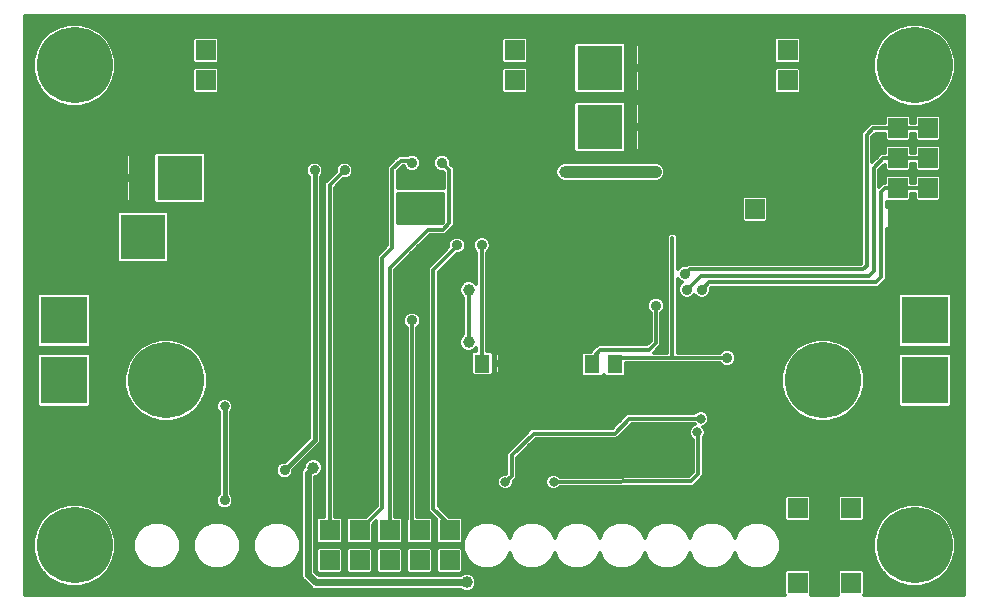
<source format=gbr>
G75*
G70*
%OFA0B0*%
%FSLAX24Y24*%
%IPPOS*%
%LPD*%
%AMOC8*
5,1,8,0,0,1.08239X$1,22.5*
%
%ADD10R,0.0650X0.0650*%
%ADD11R,0.1575X0.1575*%
%ADD12C,0.2540*%
%ADD13R,0.1502X0.1502*%
%ADD14R,0.0660X0.0660*%
%ADD15R,0.1500X0.1500*%
%ADD16R,0.0512X0.0591*%
%ADD17C,0.0357*%
%ADD18C,0.0160*%
%ADD19C,0.0120*%
%ADD20C,0.0317*%
%ADD21C,0.0396*%
%ADD22C,0.0240*%
%ADD23C,0.0400*%
D10*
X010660Y006413D03*
X011660Y006413D03*
X012660Y006413D03*
X013660Y006413D03*
X014660Y006413D03*
X014660Y007413D03*
X013660Y007413D03*
X012660Y007413D03*
X011660Y007413D03*
X010660Y007413D03*
X024837Y018122D03*
X025837Y018122D03*
X029609Y017822D03*
X030609Y017822D03*
X030609Y018822D03*
X029609Y018822D03*
X029609Y019822D03*
X029609Y020822D03*
X030609Y020822D03*
X030609Y019822D03*
X026928Y022413D03*
X025928Y022413D03*
X024928Y022413D03*
X024928Y023413D03*
X025928Y023413D03*
X026928Y023413D03*
X017833Y023413D03*
X016833Y023413D03*
X015833Y023413D03*
X015833Y022413D03*
X016833Y022413D03*
X017833Y022413D03*
X007535Y022413D03*
X006535Y022413D03*
X005535Y022413D03*
X005535Y023413D03*
X006535Y023413D03*
X007535Y023413D03*
D11*
X001810Y014413D03*
X001810Y012413D03*
X030510Y012413D03*
X030510Y014413D03*
D12*
X027107Y012413D03*
X030160Y006913D03*
X030160Y022913D03*
X005213Y012413D03*
X002160Y006913D03*
X002160Y022913D03*
D13*
X003219Y019163D03*
X004440Y017194D03*
X005660Y019163D03*
D14*
X026274Y008153D03*
X028046Y008153D03*
X028046Y005673D03*
X026274Y005673D03*
D15*
X021660Y020866D03*
X019660Y020866D03*
X019660Y022834D03*
X021660Y022834D03*
D16*
X020168Y012948D03*
X019420Y012948D03*
X016500Y012977D03*
X015752Y012977D03*
D17*
X016410Y013913D03*
X016910Y013913D03*
X017410Y013913D03*
X017410Y013413D03*
X017410Y012913D03*
X019160Y013663D03*
X019160Y014163D03*
X019160Y014663D03*
X019160Y015163D03*
X021542Y014905D03*
X022587Y015443D03*
X023062Y015443D03*
X022520Y015966D03*
X022918Y017106D03*
X023351Y017106D03*
X023784Y017126D03*
X024197Y017126D03*
X025367Y017446D03*
X027296Y017171D03*
X027749Y017171D03*
X028201Y017171D03*
X028201Y016738D03*
X027749Y016738D03*
X027296Y016738D03*
X027910Y015163D03*
X028410Y015163D03*
X028910Y015163D03*
X028910Y014663D03*
X028410Y014663D03*
X028910Y014167D03*
X030879Y016167D03*
X030544Y016443D03*
X030190Y016757D03*
X029678Y016757D03*
X029678Y017151D03*
X030190Y017151D03*
X030623Y017151D03*
X031075Y017151D03*
X031528Y016895D03*
X031528Y016443D03*
X031528Y015990D03*
X031528Y015557D03*
X028201Y018411D03*
X027808Y018411D03*
X027808Y019415D03*
X028201Y019395D03*
X028201Y020419D03*
X027808Y020419D03*
X027749Y021364D03*
X028201Y021364D03*
X028410Y021913D03*
X028410Y022413D03*
X028410Y022913D03*
X028410Y023413D03*
X028410Y023964D03*
X027749Y023962D03*
X027749Y023411D03*
X027749Y022899D03*
X027749Y022407D03*
X027749Y021915D03*
X026961Y024257D03*
X026449Y024257D03*
X025918Y024257D03*
X025406Y024257D03*
X024894Y024257D03*
X024217Y024102D03*
X023725Y024102D03*
X023154Y024102D03*
X022642Y024102D03*
X022091Y024102D03*
X021579Y024102D03*
X021107Y024102D03*
X020654Y024102D03*
X020142Y024102D03*
X019591Y024102D03*
X019079Y024102D03*
X018607Y024102D03*
X014910Y022913D03*
X014410Y022913D03*
X013910Y022913D03*
X013410Y022913D03*
X012910Y022913D03*
X012410Y022913D03*
X011910Y022913D03*
X011410Y022913D03*
X010910Y022913D03*
X010410Y022913D03*
X009910Y022913D03*
X009410Y022913D03*
X008910Y022913D03*
X004910Y020663D03*
X004410Y020663D03*
X003910Y020663D03*
X003410Y020663D03*
X002910Y020663D03*
X002410Y020663D03*
X001910Y020663D03*
X001910Y020163D03*
X001910Y019663D03*
X001910Y019163D03*
X001910Y018663D03*
X001910Y018163D03*
X002410Y018163D03*
X002910Y018163D03*
X002910Y017663D03*
X002410Y017663D03*
X001910Y017663D03*
X005841Y015153D03*
X005847Y014663D03*
X005851Y014171D03*
X006410Y014163D03*
X006910Y014163D03*
X006910Y014663D03*
X006410Y014663D03*
X006412Y015161D03*
X006398Y016913D03*
X006910Y016913D03*
X006910Y017413D03*
X006398Y017417D03*
X006398Y017901D03*
X006910Y017913D03*
X006918Y018385D03*
X006918Y018791D03*
X007910Y017413D03*
X007910Y016913D03*
X007410Y016913D03*
X008542Y015944D03*
X009109Y015937D03*
X009109Y015413D03*
X008542Y015405D03*
X008542Y014826D03*
X009109Y014830D03*
X009660Y014913D03*
X009660Y015413D03*
X009660Y015913D03*
X011160Y015663D03*
X011160Y015163D03*
X011160Y014663D03*
X011160Y014163D03*
X013410Y014413D03*
X012229Y016905D03*
X011160Y016913D03*
X011660Y018913D03*
X012160Y018913D03*
X011160Y019413D03*
X010160Y019413D03*
X013410Y019663D03*
X014410Y019663D03*
X014227Y021110D03*
X014243Y021582D03*
X014743Y021582D03*
X015243Y021582D03*
X014910Y022413D03*
X014410Y022413D03*
X013910Y022413D03*
X013402Y022413D03*
X016233Y019295D03*
X018607Y018740D03*
X018607Y018326D03*
X020438Y018897D03*
X020871Y018897D03*
X021304Y018897D03*
X021304Y018504D03*
X021186Y018070D03*
X021186Y017657D03*
X021619Y017519D03*
X022052Y017519D03*
X022465Y017519D03*
X022898Y017539D03*
X022760Y018897D03*
X022623Y019803D03*
X023056Y019803D03*
X022910Y020460D03*
X023410Y020460D03*
X023410Y020913D03*
X022910Y020913D03*
X022910Y021413D03*
X023410Y021413D03*
X023410Y021913D03*
X022918Y021913D03*
X022918Y022413D03*
X023410Y022413D03*
X023410Y022913D03*
X022918Y022913D03*
X022918Y023413D03*
X023410Y023413D03*
X024316Y021779D03*
X024316Y021307D03*
X022170Y019803D03*
X021737Y019803D03*
X021304Y019803D03*
X020871Y019803D03*
X020438Y019803D03*
X018587Y020098D03*
X015731Y016917D03*
X014910Y016913D03*
X009546Y012444D03*
X009546Y011992D03*
X009054Y011992D03*
X008621Y011992D03*
X009054Y012444D03*
X008621Y012464D03*
X007558Y012740D03*
X007558Y013153D03*
X007833Y013586D03*
X008188Y011598D03*
X008621Y011598D03*
X009054Y011598D03*
X009546Y011598D03*
X011317Y011519D03*
X011317Y011992D03*
X011790Y011992D03*
X011790Y011519D03*
X011593Y009509D03*
X011121Y009509D03*
X011121Y009017D03*
X011593Y009017D03*
X011593Y008584D03*
X011121Y008584D03*
X009410Y008663D03*
X008910Y008663D03*
X008910Y008163D03*
X009160Y009413D03*
X007160Y008413D03*
X003910Y008663D03*
X003410Y008663D03*
X003910Y008163D03*
X003910Y009163D03*
X003410Y009163D03*
X003410Y009663D03*
X003910Y009663D03*
X002660Y009413D03*
X002160Y009413D03*
X001660Y009413D03*
X001660Y008913D03*
X002160Y008913D03*
X002660Y008913D03*
X013032Y009496D03*
X013760Y009496D03*
X014489Y009574D03*
X014922Y009574D03*
X014922Y010007D03*
X014481Y010007D03*
X014489Y009161D03*
X014475Y008730D03*
X014961Y008748D03*
X014941Y009161D03*
X014981Y008334D03*
X014528Y008315D03*
X018485Y009889D03*
X019410Y009663D03*
X019410Y010163D03*
X019910Y010163D03*
X020410Y010163D03*
X020410Y009663D03*
X019910Y009663D03*
X019253Y011090D03*
X018445Y011189D03*
X023910Y013163D03*
X024660Y013163D03*
X025160Y013163D03*
X025160Y012663D03*
X024660Y012663D03*
X025410Y010663D03*
X025910Y010663D03*
X026410Y010663D03*
X026910Y010663D03*
X029910Y010413D03*
X030410Y010413D03*
X030910Y010413D03*
X031410Y010413D03*
X031410Y009913D03*
X030910Y009913D03*
X030410Y009913D03*
X029910Y009913D03*
X031489Y021856D03*
D18*
X014392Y018614D02*
X014392Y017708D01*
X012958Y017708D01*
X012958Y018614D01*
X014392Y018614D01*
X014392Y018544D02*
X012958Y018544D01*
X012958Y018386D02*
X014392Y018386D01*
X014392Y018227D02*
X012958Y018227D01*
X012958Y018069D02*
X014392Y018069D01*
X014392Y017910D02*
X012958Y017910D01*
X012958Y017752D02*
X014392Y017752D01*
X010160Y019413D02*
X010160Y010413D01*
X009160Y009413D01*
X007168Y008397D02*
X007160Y008405D01*
X007160Y011555D01*
D19*
X000520Y005273D02*
X000520Y024553D01*
X031800Y024553D01*
X031800Y005273D01*
X028476Y005273D01*
X028496Y005293D01*
X028496Y006053D01*
X028426Y006123D01*
X027666Y006123D01*
X027596Y006053D01*
X027596Y005293D01*
X027616Y005273D01*
X026704Y005273D01*
X026724Y005293D01*
X026724Y006053D01*
X026654Y006123D01*
X025894Y006123D01*
X025824Y006053D01*
X025824Y005293D01*
X025844Y005273D01*
X000520Y005273D01*
X000520Y005387D02*
X015117Y005387D01*
X015059Y005411D02*
X015175Y005363D01*
X015302Y005363D01*
X015419Y005411D01*
X015508Y005501D01*
X015557Y005617D01*
X015557Y005744D01*
X015508Y005861D01*
X025824Y005861D01*
X025824Y005979D02*
X015349Y005979D01*
X015302Y005999D02*
X015175Y005999D01*
X015059Y005950D01*
X015029Y005921D01*
X010299Y005921D01*
X010183Y006036D01*
X010183Y009181D01*
X010184Y009181D01*
X010301Y009230D01*
X010390Y009319D01*
X010439Y009436D01*
X010439Y009563D01*
X010390Y009680D01*
X010301Y009769D01*
X010184Y009818D01*
X010057Y009818D01*
X009940Y009769D01*
X009851Y009680D01*
X009803Y009563D01*
X009803Y009521D01*
X009740Y009458D01*
X009703Y009370D01*
X009703Y005889D01*
X009740Y005801D01*
X009996Y005545D01*
X010063Y005477D01*
X010152Y005441D01*
X015029Y005441D01*
X015059Y005411D01*
X015361Y005387D02*
X025824Y005387D01*
X025824Y005505D02*
X015510Y005505D01*
X015557Y005624D02*
X025824Y005624D01*
X025824Y005742D02*
X015557Y005742D01*
X015508Y005861D02*
X015419Y005950D01*
X015302Y005999D01*
X015129Y005979D02*
X015046Y005979D01*
X015035Y005968D02*
X015105Y006038D01*
X015105Y006788D01*
X015035Y006858D01*
X014285Y006858D01*
X014215Y006788D01*
X014215Y006038D01*
X014285Y005968D01*
X015035Y005968D01*
X015105Y006098D02*
X025870Y006098D01*
X025570Y006453D02*
X028844Y006453D01*
X028865Y006376D02*
X029048Y006060D01*
X029307Y005801D01*
X029623Y005618D01*
X029977Y005523D01*
X030343Y005523D01*
X030697Y005618D01*
X031013Y005801D01*
X031272Y006060D01*
X031455Y006376D01*
X031550Y006730D01*
X031550Y007096D01*
X031455Y007450D01*
X031272Y007766D01*
X031013Y008025D01*
X030697Y008208D01*
X030343Y008303D01*
X029977Y008303D01*
X029623Y008208D01*
X029307Y008025D01*
X029048Y007766D01*
X028865Y007450D01*
X028770Y007096D01*
X028770Y006730D01*
X028865Y006376D01*
X028889Y006335D02*
X025451Y006335D01*
X025358Y006242D02*
X025581Y006465D01*
X025701Y006756D01*
X025701Y007070D01*
X025581Y007361D01*
X025358Y007584D01*
X025067Y007704D01*
X024753Y007704D01*
X024462Y007584D01*
X024239Y007361D01*
X024160Y007171D01*
X024081Y007361D01*
X023858Y007584D01*
X023567Y007704D01*
X023253Y007704D01*
X022962Y007584D01*
X022739Y007361D01*
X022660Y007171D01*
X022581Y007361D01*
X022358Y007584D01*
X022067Y007704D01*
X021753Y007704D01*
X021462Y007584D01*
X021239Y007361D01*
X021160Y007171D01*
X021081Y007361D01*
X020858Y007584D01*
X020567Y007704D01*
X020253Y007704D01*
X019962Y007584D01*
X019739Y007361D01*
X019660Y007171D01*
X019581Y007361D01*
X019358Y007584D01*
X019067Y007704D01*
X018753Y007704D01*
X018462Y007584D01*
X018239Y007361D01*
X018160Y007171D01*
X018081Y007361D01*
X017858Y007584D01*
X017567Y007704D01*
X017253Y007704D01*
X016962Y007584D01*
X016739Y007361D01*
X016660Y007171D01*
X016581Y007361D01*
X016358Y007584D01*
X016067Y007704D01*
X015753Y007704D01*
X015462Y007584D01*
X015239Y007361D01*
X015119Y007070D01*
X015119Y006756D01*
X015239Y006465D01*
X015462Y006242D01*
X015753Y006121D01*
X016067Y006121D01*
X016358Y006242D01*
X016581Y006465D01*
X016660Y006655D01*
X016739Y006465D01*
X016962Y006242D01*
X017253Y006121D01*
X017567Y006121D01*
X017858Y006242D01*
X018081Y006465D01*
X018160Y006655D01*
X018239Y006465D01*
X018462Y006242D01*
X018753Y006121D01*
X019067Y006121D01*
X019358Y006242D01*
X019581Y006465D01*
X019660Y006655D01*
X019739Y006465D01*
X019962Y006242D01*
X020253Y006121D01*
X020567Y006121D01*
X020858Y006242D01*
X021081Y006465D01*
X021160Y006655D01*
X021239Y006465D01*
X021462Y006242D01*
X021753Y006121D01*
X022067Y006121D01*
X022358Y006242D01*
X022581Y006465D01*
X022660Y006655D01*
X022739Y006465D01*
X022962Y006242D01*
X023253Y006121D01*
X023567Y006121D01*
X023858Y006242D01*
X024081Y006465D01*
X024160Y006655D01*
X024239Y006465D01*
X024462Y006242D01*
X024753Y006121D01*
X025067Y006121D01*
X025358Y006242D01*
X025297Y006216D02*
X028957Y006216D01*
X029026Y006098D02*
X028450Y006098D01*
X028496Y005979D02*
X029128Y005979D01*
X029246Y005861D02*
X028496Y005861D01*
X028496Y005742D02*
X029407Y005742D01*
X029613Y005624D02*
X028496Y005624D01*
X028496Y005505D02*
X031800Y005505D01*
X031800Y005387D02*
X028496Y005387D01*
X027596Y005387D02*
X026724Y005387D01*
X026724Y005505D02*
X027596Y005505D01*
X027596Y005624D02*
X026724Y005624D01*
X026724Y005742D02*
X027596Y005742D01*
X027596Y005861D02*
X026724Y005861D01*
X026724Y005979D02*
X027596Y005979D01*
X027641Y006098D02*
X026679Y006098D01*
X025625Y006572D02*
X028812Y006572D01*
X028781Y006690D02*
X025675Y006690D01*
X025701Y006809D02*
X028770Y006809D01*
X028770Y006927D02*
X025701Y006927D01*
X025701Y007046D02*
X028770Y007046D01*
X028788Y007164D02*
X025663Y007164D01*
X025613Y007283D02*
X028820Y007283D01*
X028852Y007401D02*
X025541Y007401D01*
X025422Y007520D02*
X028905Y007520D01*
X028974Y007638D02*
X025227Y007638D01*
X025824Y007773D02*
X025894Y007703D01*
X026654Y007703D01*
X026724Y007773D01*
X026724Y008533D01*
X026654Y008603D01*
X025894Y008603D01*
X025824Y008533D01*
X025824Y007773D01*
X025841Y007757D02*
X015105Y007757D01*
X015105Y007788D02*
X015035Y007858D01*
X014655Y007858D01*
X014297Y008216D01*
X014297Y016020D01*
X014892Y016615D01*
X014969Y016615D01*
X015079Y016660D01*
X015163Y016744D01*
X015208Y016854D01*
X015208Y016972D01*
X015163Y017082D01*
X015079Y017166D01*
X014969Y017211D01*
X014851Y017211D01*
X014741Y017166D01*
X014657Y017082D01*
X014612Y016972D01*
X014612Y016854D01*
X014615Y016846D01*
X013937Y016169D01*
X013937Y008067D01*
X014042Y007961D01*
X014215Y007788D01*
X014215Y007038D01*
X014285Y006968D01*
X015035Y006968D01*
X015105Y007038D01*
X015105Y007788D01*
X015105Y007638D02*
X015593Y007638D01*
X015398Y007520D02*
X015105Y007520D01*
X015105Y007401D02*
X015279Y007401D01*
X015207Y007283D02*
X015105Y007283D01*
X015105Y007164D02*
X015157Y007164D01*
X015119Y007046D02*
X015105Y007046D01*
X015119Y006927D02*
X010183Y006927D01*
X010285Y006968D02*
X011035Y006968D01*
X011105Y007038D01*
X011105Y007788D01*
X011035Y007858D01*
X010840Y007858D01*
X010840Y018838D01*
X011116Y019115D01*
X011219Y019115D01*
X011329Y019160D01*
X011413Y019244D01*
X011458Y019354D01*
X011458Y019472D01*
X011413Y019582D01*
X011329Y019666D01*
X011219Y019711D01*
X011101Y019711D01*
X010991Y019666D01*
X010907Y019582D01*
X010862Y019472D01*
X010862Y019369D01*
X010480Y018988D01*
X010480Y007858D01*
X010285Y007858D01*
X010215Y007788D01*
X010215Y007038D01*
X010285Y006968D01*
X010215Y007046D02*
X010183Y007046D01*
X010183Y007164D02*
X010215Y007164D01*
X010215Y007283D02*
X010183Y007283D01*
X010183Y007401D02*
X010215Y007401D01*
X010215Y007520D02*
X010183Y007520D01*
X010183Y007638D02*
X010215Y007638D01*
X010215Y007757D02*
X010183Y007757D01*
X010183Y007875D02*
X010480Y007875D01*
X010480Y007994D02*
X010183Y007994D01*
X010183Y008112D02*
X010480Y008112D01*
X010480Y008231D02*
X010183Y008231D01*
X010183Y008349D02*
X010480Y008349D01*
X010480Y008468D02*
X010183Y008468D01*
X010183Y008586D02*
X010480Y008586D01*
X010480Y008705D02*
X010183Y008705D01*
X010183Y008824D02*
X010480Y008824D01*
X010480Y008942D02*
X010183Y008942D01*
X010183Y009061D02*
X010480Y009061D01*
X010480Y009179D02*
X010183Y009179D01*
X010368Y009298D02*
X010480Y009298D01*
X010480Y009416D02*
X010430Y009416D01*
X010439Y009535D02*
X010480Y009535D01*
X010480Y009653D02*
X010401Y009653D01*
X010480Y009772D02*
X010295Y009772D01*
X010480Y009890D02*
X009920Y009890D01*
X009946Y009772D02*
X009801Y009772D01*
X009840Y009653D02*
X009683Y009653D01*
X009564Y009535D02*
X009803Y009535D01*
X009722Y009416D02*
X009458Y009416D01*
X009458Y009429D02*
X010243Y010213D01*
X010360Y010330D01*
X010360Y019191D01*
X010413Y019244D01*
X010458Y019354D01*
X010458Y019472D01*
X010413Y019582D01*
X010329Y019666D01*
X010219Y019711D01*
X010101Y019711D01*
X009991Y019666D01*
X009907Y019582D01*
X009862Y019472D01*
X009862Y019354D01*
X009907Y019244D01*
X009960Y019191D01*
X009960Y010496D01*
X009176Y009711D01*
X009101Y009711D01*
X008991Y009666D01*
X008907Y009582D01*
X008862Y009472D01*
X008862Y009354D01*
X008907Y009244D01*
X008991Y009160D01*
X009101Y009115D01*
X009219Y009115D01*
X009329Y009160D01*
X009413Y009244D01*
X009458Y009354D01*
X009458Y009429D01*
X009435Y009298D02*
X009703Y009298D01*
X009703Y009179D02*
X009348Y009179D01*
X009703Y009061D02*
X007360Y009061D01*
X007360Y009179D02*
X008972Y009179D01*
X008885Y009298D02*
X007360Y009298D01*
X007360Y009416D02*
X008862Y009416D01*
X008887Y009535D02*
X007360Y009535D01*
X007360Y009653D02*
X008978Y009653D01*
X009236Y009772D02*
X007360Y009772D01*
X007360Y009890D02*
X009354Y009890D01*
X009473Y010009D02*
X007360Y010009D01*
X007360Y010127D02*
X009591Y010127D01*
X009710Y010246D02*
X007360Y010246D01*
X007360Y010364D02*
X009828Y010364D01*
X009947Y010483D02*
X007360Y010483D01*
X007360Y010601D02*
X009960Y010601D01*
X009960Y010720D02*
X007360Y010720D01*
X007360Y010838D02*
X009960Y010838D01*
X009960Y010957D02*
X007360Y010957D01*
X007360Y011075D02*
X009960Y011075D01*
X009960Y011194D02*
X007360Y011194D01*
X007360Y011312D02*
X009960Y011312D01*
X009960Y011431D02*
X007410Y011431D01*
X007396Y011397D02*
X007439Y011499D01*
X007439Y011610D01*
X007396Y011713D01*
X007318Y011791D01*
X007215Y011833D01*
X007105Y011833D01*
X007002Y011791D01*
X006924Y011713D01*
X006881Y011610D01*
X006881Y011499D01*
X006924Y011397D01*
X006960Y011361D01*
X006960Y008635D01*
X006907Y008582D01*
X006862Y008472D01*
X006862Y008354D01*
X006907Y008244D01*
X006991Y008160D01*
X007101Y008115D01*
X007219Y008115D01*
X007329Y008160D01*
X007413Y008244D01*
X007458Y008354D01*
X007458Y008472D01*
X007413Y008582D01*
X007360Y008635D01*
X007360Y011361D01*
X007396Y011397D01*
X007439Y011549D02*
X009960Y011549D01*
X009960Y011668D02*
X007415Y011668D01*
X007323Y011786D02*
X009960Y011786D01*
X009960Y011905D02*
X006516Y011905D01*
X006508Y011876D02*
X006603Y012230D01*
X006603Y012596D01*
X006508Y012950D01*
X006325Y013266D01*
X006067Y013525D01*
X005750Y013708D01*
X005396Y013803D01*
X005030Y013803D01*
X004677Y013708D01*
X004360Y013525D01*
X004101Y013266D01*
X003918Y012950D01*
X003823Y012596D01*
X003823Y012230D01*
X003918Y011876D01*
X004101Y011560D01*
X004360Y011301D01*
X004677Y011118D01*
X005030Y011023D01*
X005396Y011023D01*
X005750Y011118D01*
X006067Y011301D01*
X006325Y011560D01*
X006508Y011876D01*
X006456Y011786D02*
X006997Y011786D01*
X006905Y011668D02*
X006388Y011668D01*
X006315Y011549D02*
X006881Y011549D01*
X006910Y011431D02*
X006196Y011431D01*
X006078Y011312D02*
X006960Y011312D01*
X006960Y011194D02*
X005881Y011194D01*
X005590Y011075D02*
X006960Y011075D01*
X006960Y010957D02*
X000520Y010957D01*
X000520Y011075D02*
X004836Y011075D01*
X004545Y011194D02*
X000520Y011194D01*
X000520Y011312D02*
X004348Y011312D01*
X004230Y011431D02*
X000520Y011431D01*
X000520Y011549D02*
X000929Y011549D01*
X000902Y011576D02*
X000972Y011506D01*
X002647Y011506D01*
X002717Y011576D01*
X002717Y013250D01*
X002647Y013320D01*
X000972Y013320D01*
X000902Y013250D01*
X000902Y011576D01*
X000902Y011668D02*
X000520Y011668D01*
X000520Y011786D02*
X000902Y011786D01*
X000902Y011905D02*
X000520Y011905D01*
X000520Y012023D02*
X000902Y012023D01*
X000902Y012142D02*
X000520Y012142D01*
X000520Y012260D02*
X000902Y012260D01*
X000902Y012379D02*
X000520Y012379D01*
X000520Y012497D02*
X000902Y012497D01*
X000902Y012616D02*
X000520Y012616D01*
X000520Y012734D02*
X000902Y012734D01*
X000902Y012853D02*
X000520Y012853D01*
X000520Y012971D02*
X000902Y012971D01*
X000902Y013090D02*
X000520Y013090D01*
X000520Y013208D02*
X000902Y013208D01*
X000972Y013506D02*
X002647Y013506D01*
X002717Y013576D01*
X002717Y015250D01*
X002647Y015320D01*
X000972Y015320D01*
X000902Y015250D01*
X000902Y013576D01*
X000972Y013506D01*
X000915Y013564D02*
X000520Y013564D01*
X000520Y013682D02*
X000902Y013682D01*
X000902Y013801D02*
X000520Y013801D01*
X000520Y013919D02*
X000902Y013919D01*
X000902Y014038D02*
X000520Y014038D01*
X000520Y014156D02*
X000902Y014156D01*
X000902Y014275D02*
X000520Y014275D01*
X000520Y014393D02*
X000902Y014393D01*
X000902Y014512D02*
X000520Y014512D01*
X000520Y014630D02*
X000902Y014630D01*
X000902Y014749D02*
X000520Y014749D01*
X000520Y014867D02*
X000902Y014867D01*
X000902Y014986D02*
X000520Y014986D01*
X000520Y015104D02*
X000902Y015104D01*
X000902Y015223D02*
X000520Y015223D01*
X000520Y015341D02*
X009960Y015341D01*
X009960Y015223D02*
X002717Y015223D01*
X002717Y015104D02*
X009960Y015104D01*
X009960Y014986D02*
X002717Y014986D01*
X002717Y014867D02*
X009960Y014867D01*
X009960Y014749D02*
X002717Y014749D01*
X002717Y014630D02*
X009960Y014630D01*
X009960Y014512D02*
X002717Y014512D01*
X002717Y014393D02*
X009960Y014393D01*
X009960Y014275D02*
X002717Y014275D01*
X002717Y014156D02*
X009960Y014156D01*
X009960Y014038D02*
X002717Y014038D01*
X002717Y013919D02*
X009960Y013919D01*
X009960Y013801D02*
X005405Y013801D01*
X005021Y013801D02*
X002717Y013801D01*
X002717Y013682D02*
X004631Y013682D01*
X004426Y013564D02*
X002705Y013564D01*
X002717Y013208D02*
X004067Y013208D01*
X003999Y013090D02*
X002717Y013090D01*
X002717Y012971D02*
X003930Y012971D01*
X003892Y012853D02*
X002717Y012853D01*
X002717Y012734D02*
X003860Y012734D01*
X003828Y012616D02*
X002717Y012616D01*
X002717Y012497D02*
X003823Y012497D01*
X003823Y012379D02*
X002717Y012379D01*
X002717Y012260D02*
X003823Y012260D01*
X003847Y012142D02*
X002717Y012142D01*
X002717Y012023D02*
X003879Y012023D01*
X003910Y011905D02*
X002717Y011905D01*
X002717Y011786D02*
X003970Y011786D01*
X004039Y011668D02*
X002717Y011668D01*
X002690Y011549D02*
X004111Y011549D01*
X006548Y012023D02*
X009960Y012023D01*
X009960Y012142D02*
X006579Y012142D01*
X006603Y012260D02*
X009960Y012260D01*
X009960Y012379D02*
X006603Y012379D01*
X006603Y012497D02*
X009960Y012497D01*
X009960Y012616D02*
X006598Y012616D01*
X006566Y012734D02*
X009960Y012734D01*
X009960Y012853D02*
X006534Y012853D01*
X006496Y012971D02*
X009960Y012971D01*
X009960Y013090D02*
X006428Y013090D01*
X006359Y013208D02*
X009960Y013208D01*
X009960Y013327D02*
X006265Y013327D01*
X006147Y013445D02*
X009960Y013445D01*
X009960Y013564D02*
X006000Y013564D01*
X005795Y013682D02*
X009960Y013682D01*
X010360Y013682D02*
X010480Y013682D01*
X010480Y013564D02*
X010360Y013564D01*
X010360Y013445D02*
X010480Y013445D01*
X010480Y013327D02*
X010360Y013327D01*
X010360Y013208D02*
X010480Y013208D01*
X010480Y013090D02*
X010360Y013090D01*
X010360Y012971D02*
X010480Y012971D01*
X010480Y012853D02*
X010360Y012853D01*
X010360Y012734D02*
X010480Y012734D01*
X010480Y012616D02*
X010360Y012616D01*
X010360Y012497D02*
X010480Y012497D01*
X010480Y012379D02*
X010360Y012379D01*
X010360Y012260D02*
X010480Y012260D01*
X010480Y012142D02*
X010360Y012142D01*
X010360Y012023D02*
X010480Y012023D01*
X010480Y011905D02*
X010360Y011905D01*
X010360Y011786D02*
X010480Y011786D01*
X010480Y011668D02*
X010360Y011668D01*
X010360Y011549D02*
X010480Y011549D01*
X010480Y011431D02*
X010360Y011431D01*
X010360Y011312D02*
X010480Y011312D01*
X010480Y011194D02*
X010360Y011194D01*
X010360Y011075D02*
X010480Y011075D01*
X010480Y010957D02*
X010360Y010957D01*
X010360Y010838D02*
X010480Y010838D01*
X010480Y010720D02*
X010360Y010720D01*
X010360Y010601D02*
X010480Y010601D01*
X010480Y010483D02*
X010360Y010483D01*
X010360Y010364D02*
X010480Y010364D01*
X010480Y010246D02*
X010275Y010246D01*
X010157Y010127D02*
X010480Y010127D01*
X010480Y010009D02*
X010038Y010009D01*
X010840Y010009D02*
X012230Y010009D01*
X012230Y010127D02*
X010840Y010127D01*
X010840Y010246D02*
X012230Y010246D01*
X012230Y010364D02*
X010840Y010364D01*
X010840Y010483D02*
X012230Y010483D01*
X012230Y010601D02*
X010840Y010601D01*
X010840Y010720D02*
X012230Y010720D01*
X012230Y010838D02*
X010840Y010838D01*
X010840Y010957D02*
X012230Y010957D01*
X012230Y011075D02*
X010840Y011075D01*
X010840Y011194D02*
X012230Y011194D01*
X012230Y011312D02*
X010840Y011312D01*
X010840Y011431D02*
X012230Y011431D01*
X012230Y011549D02*
X010840Y011549D01*
X010840Y011668D02*
X012230Y011668D01*
X012230Y011786D02*
X010840Y011786D01*
X010840Y011905D02*
X012230Y011905D01*
X012230Y012023D02*
X010840Y012023D01*
X010840Y012142D02*
X012230Y012142D01*
X012230Y012260D02*
X010840Y012260D01*
X010840Y012379D02*
X012230Y012379D01*
X012230Y012497D02*
X010840Y012497D01*
X010840Y012616D02*
X012230Y012616D01*
X012230Y012734D02*
X010840Y012734D01*
X010840Y012853D02*
X012230Y012853D01*
X012230Y012971D02*
X010840Y012971D01*
X010840Y013090D02*
X012230Y013090D01*
X012230Y013208D02*
X010840Y013208D01*
X010840Y013327D02*
X012230Y013327D01*
X012230Y013445D02*
X010840Y013445D01*
X010840Y013564D02*
X012230Y013564D01*
X012230Y013682D02*
X010840Y013682D01*
X010840Y013801D02*
X012230Y013801D01*
X012230Y013919D02*
X010840Y013919D01*
X010840Y014038D02*
X012230Y014038D01*
X012230Y014156D02*
X010840Y014156D01*
X010840Y014275D02*
X012230Y014275D01*
X012230Y014393D02*
X010840Y014393D01*
X010840Y014512D02*
X012230Y014512D01*
X012230Y014630D02*
X010840Y014630D01*
X010840Y014749D02*
X012230Y014749D01*
X012230Y014867D02*
X010840Y014867D01*
X010840Y014986D02*
X012230Y014986D01*
X012230Y015104D02*
X010840Y015104D01*
X010840Y015223D02*
X012230Y015223D01*
X012230Y015341D02*
X010840Y015341D01*
X010840Y015460D02*
X012230Y015460D01*
X012230Y015578D02*
X010840Y015578D01*
X010840Y015697D02*
X012230Y015697D01*
X012230Y015815D02*
X010840Y015815D01*
X010840Y015934D02*
X012230Y015934D01*
X012230Y016052D02*
X010840Y016052D01*
X010840Y016171D02*
X012230Y016171D01*
X012230Y016289D02*
X010840Y016289D01*
X010840Y016408D02*
X012230Y016408D01*
X012230Y016526D02*
X010840Y016526D01*
X010840Y016645D02*
X012310Y016645D01*
X012230Y016564D02*
X012230Y008238D01*
X011850Y007858D01*
X011285Y007858D01*
X011215Y007788D01*
X011215Y007038D01*
X011285Y006968D01*
X012035Y006968D01*
X012105Y007038D01*
X012105Y007603D01*
X012215Y007713D01*
X012215Y007038D01*
X012285Y006968D01*
X013035Y006968D01*
X013105Y007038D01*
X013105Y007788D01*
X013035Y007858D01*
X012840Y007858D01*
X012840Y016098D01*
X014002Y017261D01*
X014510Y017261D01*
X014731Y017481D01*
X014836Y017586D01*
X014836Y019488D01*
X014708Y019615D01*
X014708Y019722D01*
X014663Y019832D01*
X014579Y019916D01*
X014469Y019961D01*
X014351Y019961D01*
X014241Y019916D01*
X014157Y019832D01*
X014112Y019722D01*
X014112Y019604D01*
X014157Y019494D01*
X014241Y019410D01*
X014351Y019365D01*
X014450Y019365D01*
X014476Y019338D01*
X014476Y018813D01*
X014475Y018814D01*
X012938Y018814D01*
X012938Y019386D01*
X013113Y019560D01*
X013130Y019560D01*
X013157Y019494D01*
X013241Y019410D01*
X013351Y019365D01*
X013469Y019365D01*
X013579Y019410D01*
X013663Y019494D01*
X013708Y019604D01*
X013708Y019722D01*
X013663Y019832D01*
X013579Y019916D01*
X013469Y019961D01*
X013351Y019961D01*
X013250Y019920D01*
X012963Y019920D01*
X012858Y019814D01*
X012578Y019535D01*
X012578Y016913D01*
X012230Y016564D01*
X012410Y016490D02*
X012758Y016838D01*
X012758Y019460D01*
X013038Y019740D01*
X013333Y019740D01*
X013410Y019663D01*
X013651Y019844D02*
X014169Y019844D01*
X014113Y019726D02*
X013707Y019726D01*
X013708Y019607D02*
X014112Y019607D01*
X014162Y019489D02*
X013658Y019489D01*
X013483Y019370D02*
X014337Y019370D01*
X014476Y019252D02*
X012938Y019252D01*
X012938Y019370D02*
X013337Y019370D01*
X013162Y019489D02*
X013041Y019489D01*
X012769Y019726D02*
X006531Y019726D01*
X006531Y019844D02*
X012888Y019844D01*
X012651Y019607D02*
X011388Y019607D01*
X011452Y019489D02*
X012578Y019489D01*
X012578Y019370D02*
X011458Y019370D01*
X011416Y019252D02*
X012578Y019252D01*
X012578Y019133D02*
X011264Y019133D01*
X011016Y019015D02*
X012578Y019015D01*
X012578Y018896D02*
X010898Y018896D01*
X010840Y018778D02*
X012578Y018778D01*
X012578Y018659D02*
X010840Y018659D01*
X010840Y018541D02*
X012578Y018541D01*
X012578Y018422D02*
X010840Y018422D01*
X010840Y018304D02*
X012578Y018304D01*
X012578Y018185D02*
X010840Y018185D01*
X010840Y018067D02*
X012578Y018067D01*
X012578Y017948D02*
X010840Y017948D01*
X010840Y017830D02*
X012578Y017830D01*
X012578Y017711D02*
X010840Y017711D01*
X010840Y017593D02*
X012578Y017593D01*
X012578Y017474D02*
X010840Y017474D01*
X010840Y017356D02*
X012578Y017356D01*
X012578Y017237D02*
X010840Y017237D01*
X010840Y017119D02*
X012578Y017119D01*
X012578Y017000D02*
X010840Y017000D01*
X010840Y016882D02*
X012547Y016882D01*
X012429Y016763D02*
X010840Y016763D01*
X010480Y016763D02*
X010360Y016763D01*
X010360Y016645D02*
X010480Y016645D01*
X010480Y016526D02*
X010360Y016526D01*
X010360Y016408D02*
X010480Y016408D01*
X010480Y016289D02*
X010360Y016289D01*
X010360Y016171D02*
X010480Y016171D01*
X010480Y016052D02*
X010360Y016052D01*
X010360Y015934D02*
X010480Y015934D01*
X010480Y015815D02*
X010360Y015815D01*
X010360Y015697D02*
X010480Y015697D01*
X010480Y015578D02*
X010360Y015578D01*
X010360Y015460D02*
X010480Y015460D01*
X010480Y015341D02*
X010360Y015341D01*
X010360Y015223D02*
X010480Y015223D01*
X010480Y015104D02*
X010360Y015104D01*
X010360Y014986D02*
X010480Y014986D01*
X010480Y014867D02*
X010360Y014867D01*
X010360Y014749D02*
X010480Y014749D01*
X010480Y014630D02*
X010360Y014630D01*
X010360Y014512D02*
X010480Y014512D01*
X010480Y014393D02*
X010360Y014393D01*
X010360Y014275D02*
X010480Y014275D01*
X010480Y014156D02*
X010360Y014156D01*
X010360Y014038D02*
X010480Y014038D01*
X010480Y013919D02*
X010360Y013919D01*
X010360Y013801D02*
X010480Y013801D01*
X012840Y013801D02*
X013230Y013801D01*
X013230Y013919D02*
X012840Y013919D01*
X012840Y014038D02*
X013230Y014038D01*
X013230Y014156D02*
X012840Y014156D01*
X012840Y014275D02*
X013144Y014275D01*
X013157Y014244D02*
X013230Y014171D01*
X013230Y007803D01*
X013215Y007788D01*
X013215Y007038D01*
X013285Y006968D01*
X014035Y006968D01*
X014105Y007038D01*
X014105Y007788D01*
X014035Y007858D01*
X013590Y007858D01*
X013590Y014171D01*
X013663Y014244D01*
X013708Y014354D01*
X013708Y014472D01*
X013663Y014582D01*
X013579Y014666D01*
X013469Y014711D01*
X013351Y014711D01*
X013241Y014666D01*
X013157Y014582D01*
X013112Y014472D01*
X013112Y014354D01*
X013157Y014244D01*
X013112Y014393D02*
X012840Y014393D01*
X012840Y014512D02*
X013128Y014512D01*
X013205Y014630D02*
X012840Y014630D01*
X012840Y014749D02*
X013937Y014749D01*
X013937Y014867D02*
X012840Y014867D01*
X012840Y014986D02*
X013937Y014986D01*
X013937Y015104D02*
X012840Y015104D01*
X012840Y015223D02*
X013937Y015223D01*
X013937Y015341D02*
X012840Y015341D01*
X012840Y015460D02*
X013937Y015460D01*
X013937Y015578D02*
X012840Y015578D01*
X012840Y015697D02*
X013937Y015697D01*
X013937Y015815D02*
X012840Y015815D01*
X012840Y015934D02*
X013937Y015934D01*
X013937Y016052D02*
X012840Y016052D01*
X012912Y016171D02*
X013939Y016171D01*
X014057Y016289D02*
X013031Y016289D01*
X013149Y016408D02*
X014176Y016408D01*
X014294Y016526D02*
X013268Y016526D01*
X013386Y016645D02*
X014413Y016645D01*
X014531Y016763D02*
X013505Y016763D01*
X013623Y016882D02*
X014612Y016882D01*
X014623Y017000D02*
X013742Y017000D01*
X013860Y017119D02*
X014693Y017119D01*
X014605Y017356D02*
X028386Y017356D01*
X028386Y017474D02*
X014724Y017474D01*
X014836Y017593D02*
X028386Y017593D01*
X028386Y017711D02*
X025246Y017711D01*
X025212Y017677D02*
X025282Y017747D01*
X025282Y018496D01*
X025212Y018567D01*
X024462Y018567D01*
X024392Y018496D01*
X024392Y017747D01*
X024462Y017677D01*
X025212Y017677D01*
X025282Y017830D02*
X025452Y017830D01*
X025452Y017785D02*
X025461Y017763D01*
X025478Y017746D01*
X025500Y017737D01*
X025810Y017737D01*
X025810Y018094D01*
X025865Y018094D01*
X025865Y018149D01*
X026222Y018149D01*
X026222Y018459D01*
X026213Y018481D01*
X026196Y018498D01*
X026174Y018507D01*
X025865Y018507D01*
X025865Y018149D01*
X025810Y018149D01*
X025810Y018507D01*
X025500Y018507D01*
X025478Y018498D01*
X025461Y018481D01*
X025452Y018459D01*
X025452Y018149D01*
X025810Y018149D01*
X025810Y018094D01*
X025452Y018094D01*
X025452Y017785D01*
X025452Y017948D02*
X025282Y017948D01*
X025282Y018067D02*
X025452Y018067D01*
X025452Y018185D02*
X025282Y018185D01*
X025282Y018304D02*
X025452Y018304D01*
X025452Y018422D02*
X025282Y018422D01*
X025238Y018541D02*
X028386Y018541D01*
X028386Y018659D02*
X014836Y018659D01*
X014836Y018541D02*
X024436Y018541D01*
X024392Y018422D02*
X014836Y018422D01*
X014836Y018304D02*
X024392Y018304D01*
X024392Y018185D02*
X014836Y018185D01*
X014836Y018067D02*
X024392Y018067D01*
X024392Y017948D02*
X014836Y017948D01*
X014836Y017830D02*
X024392Y017830D01*
X024428Y017711D02*
X014836Y017711D01*
X014656Y017661D02*
X014436Y017441D01*
X013928Y017441D01*
X012660Y016173D01*
X012660Y007413D01*
X013105Y007401D02*
X013215Y007401D01*
X013215Y007283D02*
X013105Y007283D01*
X013105Y007164D02*
X013215Y007164D01*
X013215Y007046D02*
X013105Y007046D01*
X013035Y006858D02*
X012285Y006858D01*
X012215Y006788D01*
X012215Y006038D01*
X012285Y005968D01*
X013035Y005968D01*
X013105Y006038D01*
X013105Y006788D01*
X013035Y006858D01*
X013084Y006809D02*
X013236Y006809D01*
X013215Y006788D02*
X013215Y006038D01*
X013285Y005968D01*
X014035Y005968D01*
X014105Y006038D01*
X014105Y006788D01*
X014035Y006858D01*
X013285Y006858D01*
X013215Y006788D01*
X013215Y006690D02*
X013105Y006690D01*
X013105Y006572D02*
X013215Y006572D01*
X013215Y006453D02*
X013105Y006453D01*
X013105Y006335D02*
X013215Y006335D01*
X013215Y006216D02*
X013105Y006216D01*
X013105Y006098D02*
X013215Y006098D01*
X013274Y005979D02*
X013046Y005979D01*
X012274Y005979D02*
X012046Y005979D01*
X012035Y005968D02*
X012105Y006038D01*
X012105Y006788D01*
X012035Y006858D01*
X011285Y006858D01*
X011215Y006788D01*
X011215Y006038D01*
X011285Y005968D01*
X012035Y005968D01*
X012105Y006098D02*
X012215Y006098D01*
X012215Y006216D02*
X012105Y006216D01*
X012105Y006335D02*
X012215Y006335D01*
X012215Y006453D02*
X012105Y006453D01*
X012105Y006572D02*
X012215Y006572D01*
X012215Y006690D02*
X012105Y006690D01*
X012084Y006809D02*
X012236Y006809D01*
X012215Y007046D02*
X012105Y007046D01*
X012105Y007164D02*
X012215Y007164D01*
X012215Y007283D02*
X012105Y007283D01*
X012105Y007401D02*
X012215Y007401D01*
X012215Y007520D02*
X012105Y007520D01*
X012140Y007638D02*
X012215Y007638D01*
X011868Y007875D02*
X010840Y007875D01*
X010840Y007994D02*
X011986Y007994D01*
X012105Y008112D02*
X010840Y008112D01*
X010840Y008231D02*
X012223Y008231D01*
X012230Y008349D02*
X010840Y008349D01*
X010840Y008468D02*
X012230Y008468D01*
X012230Y008586D02*
X010840Y008586D01*
X010840Y008705D02*
X012230Y008705D01*
X012230Y008824D02*
X010840Y008824D01*
X010840Y008942D02*
X012230Y008942D01*
X012230Y009061D02*
X010840Y009061D01*
X010840Y009179D02*
X012230Y009179D01*
X012230Y009298D02*
X010840Y009298D01*
X010840Y009416D02*
X012230Y009416D01*
X012230Y009535D02*
X010840Y009535D01*
X010840Y009653D02*
X012230Y009653D01*
X012230Y009772D02*
X010840Y009772D01*
X010840Y009890D02*
X012230Y009890D01*
X012840Y009890D02*
X013230Y009890D01*
X013230Y009772D02*
X012840Y009772D01*
X012840Y009653D02*
X013230Y009653D01*
X013230Y009535D02*
X012840Y009535D01*
X012840Y009416D02*
X013230Y009416D01*
X013230Y009298D02*
X012840Y009298D01*
X012840Y009179D02*
X013230Y009179D01*
X013230Y009061D02*
X012840Y009061D01*
X012840Y008942D02*
X013230Y008942D01*
X013230Y008824D02*
X012840Y008824D01*
X012840Y008705D02*
X013230Y008705D01*
X013230Y008586D02*
X012840Y008586D01*
X012840Y008468D02*
X013230Y008468D01*
X013230Y008349D02*
X012840Y008349D01*
X012840Y008231D02*
X013230Y008231D01*
X013230Y008112D02*
X012840Y008112D01*
X012840Y007994D02*
X013230Y007994D01*
X013230Y007875D02*
X012840Y007875D01*
X013105Y007757D02*
X013215Y007757D01*
X013215Y007638D02*
X013105Y007638D01*
X013105Y007520D02*
X013215Y007520D01*
X013410Y007663D02*
X013660Y007413D01*
X013410Y007663D02*
X013410Y014413D01*
X013615Y014630D02*
X013937Y014630D01*
X013937Y014512D02*
X013692Y014512D01*
X013708Y014393D02*
X013937Y014393D01*
X013937Y014275D02*
X013676Y014275D01*
X013590Y014156D02*
X013937Y014156D01*
X013937Y014038D02*
X013590Y014038D01*
X013590Y013919D02*
X013937Y013919D01*
X013937Y013801D02*
X013590Y013801D01*
X013590Y013682D02*
X013937Y013682D01*
X013937Y013564D02*
X013590Y013564D01*
X013590Y013445D02*
X013937Y013445D01*
X013937Y013327D02*
X013590Y013327D01*
X013590Y013208D02*
X013937Y013208D01*
X013937Y013090D02*
X013590Y013090D01*
X013590Y012971D02*
X013937Y012971D01*
X013937Y012853D02*
X013590Y012853D01*
X013590Y012734D02*
X013937Y012734D01*
X013937Y012616D02*
X013590Y012616D01*
X013590Y012497D02*
X013937Y012497D01*
X013937Y012379D02*
X013590Y012379D01*
X013590Y012260D02*
X013937Y012260D01*
X013937Y012142D02*
X013590Y012142D01*
X013590Y012023D02*
X013937Y012023D01*
X013937Y011905D02*
X013590Y011905D01*
X013590Y011786D02*
X013937Y011786D01*
X013937Y011668D02*
X013590Y011668D01*
X013590Y011549D02*
X013937Y011549D01*
X013937Y011431D02*
X013590Y011431D01*
X013590Y011312D02*
X013937Y011312D01*
X013937Y011194D02*
X013590Y011194D01*
X013590Y011075D02*
X013937Y011075D01*
X013937Y010957D02*
X013590Y010957D01*
X013590Y010838D02*
X013937Y010838D01*
X013937Y010720D02*
X013590Y010720D01*
X013590Y010601D02*
X013937Y010601D01*
X013937Y010483D02*
X013590Y010483D01*
X013590Y010364D02*
X013937Y010364D01*
X013937Y010246D02*
X013590Y010246D01*
X013590Y010127D02*
X013937Y010127D01*
X013937Y010009D02*
X013590Y010009D01*
X013590Y009890D02*
X013937Y009890D01*
X013937Y009772D02*
X013590Y009772D01*
X013590Y009653D02*
X013937Y009653D01*
X013937Y009535D02*
X013590Y009535D01*
X013590Y009416D02*
X013937Y009416D01*
X013937Y009298D02*
X013590Y009298D01*
X013590Y009179D02*
X013937Y009179D01*
X013937Y009061D02*
X013590Y009061D01*
X013590Y008942D02*
X013937Y008942D01*
X013937Y008824D02*
X013590Y008824D01*
X013590Y008705D02*
X013937Y008705D01*
X013937Y008586D02*
X013590Y008586D01*
X013590Y008468D02*
X013937Y008468D01*
X013937Y008349D02*
X013590Y008349D01*
X013590Y008231D02*
X013937Y008231D01*
X013937Y008112D02*
X013590Y008112D01*
X013590Y007994D02*
X014009Y007994D01*
X014128Y007875D02*
X013590Y007875D01*
X014105Y007757D02*
X014215Y007757D01*
X014215Y007788D02*
X014215Y007788D01*
X014215Y007638D02*
X014105Y007638D01*
X014105Y007520D02*
X014215Y007520D01*
X014215Y007401D02*
X014105Y007401D01*
X014105Y007283D02*
X014215Y007283D01*
X014215Y007164D02*
X014105Y007164D01*
X014105Y007046D02*
X014215Y007046D01*
X014236Y006809D02*
X014084Y006809D01*
X014105Y006690D02*
X014215Y006690D01*
X014215Y006572D02*
X014105Y006572D01*
X014105Y006453D02*
X014215Y006453D01*
X014215Y006335D02*
X014105Y006335D01*
X014105Y006216D02*
X014215Y006216D01*
X014215Y006098D02*
X014105Y006098D01*
X014046Y005979D02*
X014274Y005979D01*
X015105Y006216D02*
X015523Y006216D01*
X015369Y006335D02*
X015105Y006335D01*
X015105Y006453D02*
X015250Y006453D01*
X015195Y006572D02*
X015105Y006572D01*
X015105Y006690D02*
X015145Y006690D01*
X015119Y006809D02*
X015084Y006809D01*
X014660Y007413D02*
X014660Y007598D01*
X014117Y008141D01*
X014117Y016094D01*
X014924Y016901D01*
X014922Y016901D01*
X014910Y016913D01*
X015127Y017119D02*
X015511Y017119D01*
X015478Y017086D02*
X015432Y016976D01*
X015432Y016857D01*
X015478Y016747D01*
X015551Y016674D01*
X015551Y015626D01*
X015478Y015698D01*
X015361Y015747D01*
X015235Y015747D01*
X015118Y015698D01*
X015028Y015609D01*
X014980Y015492D01*
X014980Y015365D01*
X015028Y015249D01*
X015118Y015159D01*
X015118Y013954D01*
X015118Y013954D01*
X015028Y013865D01*
X014980Y013748D01*
X014980Y013621D01*
X015028Y013504D01*
X015118Y013415D01*
X015235Y013367D01*
X015361Y013367D01*
X015478Y013415D01*
X015551Y013488D01*
X015551Y013392D01*
X015446Y013392D01*
X015376Y013322D01*
X015376Y012632D01*
X015446Y012562D01*
X016057Y012562D01*
X016128Y012632D01*
X016128Y013322D01*
X016057Y013392D01*
X015911Y013392D01*
X015911Y016674D01*
X015984Y016747D01*
X016029Y016857D01*
X016029Y016976D01*
X015984Y017086D01*
X015900Y017170D01*
X015790Y017215D01*
X015672Y017215D01*
X015562Y017170D01*
X015478Y017086D01*
X015442Y017000D02*
X015197Y017000D01*
X015208Y016882D02*
X015432Y016882D01*
X015471Y016763D02*
X015171Y016763D01*
X015042Y016645D02*
X015551Y016645D01*
X015551Y016526D02*
X014803Y016526D01*
X014685Y016408D02*
X015551Y016408D01*
X015551Y016289D02*
X014566Y016289D01*
X014448Y016171D02*
X015551Y016171D01*
X015551Y016052D02*
X014329Y016052D01*
X014297Y015934D02*
X015551Y015934D01*
X015551Y015815D02*
X014297Y015815D01*
X014297Y015697D02*
X015116Y015697D01*
X015015Y015578D02*
X014297Y015578D01*
X014297Y015460D02*
X014980Y015460D01*
X014990Y015341D02*
X014297Y015341D01*
X014297Y015223D02*
X015054Y015223D01*
X015118Y015159D02*
X015118Y015159D01*
X015118Y015104D02*
X014297Y015104D01*
X014297Y014986D02*
X015118Y014986D01*
X015118Y014867D02*
X014297Y014867D01*
X014297Y014749D02*
X015118Y014749D01*
X015118Y014630D02*
X014297Y014630D01*
X014297Y014512D02*
X015118Y014512D01*
X015118Y014393D02*
X014297Y014393D01*
X014297Y014275D02*
X015118Y014275D01*
X015118Y014156D02*
X014297Y014156D01*
X014297Y014038D02*
X015118Y014038D01*
X015082Y013919D02*
X014297Y013919D01*
X014297Y013801D02*
X015001Y013801D01*
X014980Y013682D02*
X014297Y013682D01*
X014297Y013564D02*
X015004Y013564D01*
X015088Y013445D02*
X014297Y013445D01*
X014297Y013327D02*
X015380Y013327D01*
X015376Y013208D02*
X014297Y013208D01*
X014297Y013090D02*
X015376Y013090D01*
X015376Y012971D02*
X014297Y012971D01*
X014297Y012853D02*
X015376Y012853D01*
X015376Y012734D02*
X014297Y012734D01*
X014297Y012616D02*
X015393Y012616D01*
X015723Y012960D02*
X015731Y012968D01*
X015731Y016917D01*
X015951Y017119D02*
X021909Y017119D01*
X021909Y017232D02*
X021909Y013343D01*
X021482Y013343D01*
X021501Y013362D01*
X021722Y013583D01*
X021722Y014663D01*
X021795Y014736D01*
X021840Y014846D01*
X021840Y014964D01*
X021795Y015074D01*
X021711Y015158D01*
X021601Y015204D01*
X021483Y015204D01*
X021373Y015158D01*
X021289Y015074D01*
X021243Y014964D01*
X021243Y014846D01*
X021289Y014736D01*
X021362Y014663D01*
X021362Y013732D01*
X021247Y013617D01*
X019617Y013617D01*
X019385Y013384D01*
X019385Y013384D01*
X019364Y013364D01*
X019114Y013364D01*
X019044Y013293D01*
X019044Y012603D01*
X019114Y012533D01*
X019725Y012533D01*
X019794Y012602D01*
X019862Y012533D01*
X020473Y012533D01*
X020544Y012603D01*
X020544Y012983D01*
X023668Y012983D01*
X023741Y012910D01*
X023851Y012865D01*
X023969Y012865D01*
X024079Y012910D01*
X024163Y012994D01*
X024208Y013104D01*
X024208Y013222D01*
X024163Y013332D01*
X024079Y013416D01*
X023969Y013461D01*
X023851Y013461D01*
X023741Y013416D01*
X023668Y013343D01*
X022269Y013343D01*
X022269Y015795D01*
X022351Y015713D01*
X022411Y015688D01*
X022334Y015612D01*
X022289Y015502D01*
X022289Y015383D01*
X022334Y015273D01*
X022418Y015190D01*
X022528Y015144D01*
X022647Y015144D01*
X022756Y015190D01*
X022824Y015258D01*
X022893Y015190D01*
X023002Y015144D01*
X023121Y015144D01*
X023231Y015190D01*
X023315Y015273D01*
X023360Y015383D01*
X023360Y015486D01*
X023374Y015501D01*
X028955Y015501D01*
X029060Y015606D01*
X029238Y015783D01*
X029238Y017458D01*
X029250Y017446D01*
X029272Y017437D01*
X029581Y017437D01*
X029581Y017794D01*
X029636Y017794D01*
X029636Y017437D01*
X029946Y017437D01*
X029968Y017446D01*
X029985Y017463D01*
X029994Y017485D01*
X029994Y017794D01*
X029636Y017794D01*
X029636Y017849D01*
X029581Y017849D01*
X029581Y018207D01*
X029272Y018207D01*
X029250Y018198D01*
X029238Y018185D01*
X029238Y018377D01*
X029984Y018377D01*
X030054Y018447D01*
X030054Y018642D01*
X030164Y018642D01*
X030164Y018447D01*
X030234Y018377D01*
X030984Y018377D01*
X031054Y018447D01*
X031054Y019196D01*
X030984Y019267D01*
X030234Y019267D01*
X030164Y019196D01*
X030164Y019002D01*
X030054Y019002D01*
X030054Y019196D01*
X029984Y019267D01*
X029234Y019267D01*
X029164Y019196D01*
X029164Y019002D01*
X029112Y019002D01*
X028983Y018873D01*
X028982Y018871D01*
X028982Y019425D01*
X029164Y019607D01*
X029164Y019607D01*
X029164Y019447D01*
X029234Y019377D01*
X029984Y019377D01*
X030054Y019447D01*
X030054Y019642D01*
X030164Y019642D01*
X030164Y019447D01*
X030234Y019377D01*
X030984Y019377D01*
X031054Y019447D01*
X031054Y020196D01*
X030984Y020267D01*
X030234Y020267D01*
X030164Y020196D01*
X030164Y020002D01*
X030054Y020002D01*
X030054Y020196D01*
X029984Y020267D01*
X029234Y020267D01*
X029164Y020196D01*
X029164Y020002D01*
X029049Y020002D01*
X028746Y019698D01*
X028746Y020527D01*
X028860Y020642D01*
X029164Y020642D01*
X029164Y020447D01*
X029234Y020377D01*
X029984Y020377D01*
X030054Y020447D01*
X030054Y020642D01*
X030164Y020642D01*
X030164Y020447D01*
X030234Y020377D01*
X030984Y020377D01*
X031054Y020447D01*
X031054Y021196D01*
X030984Y021267D01*
X030234Y021267D01*
X030164Y021196D01*
X030164Y021002D01*
X030054Y021002D01*
X030054Y021196D01*
X029984Y021267D01*
X029234Y021267D01*
X029164Y021196D01*
X029164Y021002D01*
X028711Y021002D01*
X028491Y020782D01*
X028386Y020677D01*
X028386Y016306D01*
X028373Y016294D01*
X022593Y016294D01*
X022564Y016265D01*
X022461Y016265D01*
X022351Y016219D01*
X022269Y016137D01*
X022269Y017232D01*
X022164Y017337D01*
X022015Y017337D01*
X021909Y017232D01*
X021915Y017237D02*
X013979Y017237D01*
X014656Y017661D02*
X014656Y019413D01*
X014408Y019661D01*
X014651Y019844D02*
X028386Y019844D01*
X028386Y019726D02*
X014707Y019726D01*
X014717Y019607D02*
X018302Y019607D01*
X018326Y019631D02*
X018237Y019542D01*
X018188Y019425D01*
X018188Y019299D01*
X018237Y019182D01*
X018326Y019092D01*
X018443Y019044D01*
X018458Y019044D01*
X018462Y019042D01*
X021602Y019042D01*
X021719Y019091D01*
X021809Y019181D01*
X021858Y019298D01*
X021858Y019425D01*
X021809Y019543D01*
X021719Y019633D01*
X021602Y019682D01*
X018462Y019682D01*
X018458Y019680D01*
X018443Y019680D01*
X018326Y019631D01*
X018215Y019489D02*
X014835Y019489D01*
X014836Y019370D02*
X018188Y019370D01*
X018208Y019252D02*
X014836Y019252D01*
X014836Y019133D02*
X018285Y019133D01*
X018860Y019996D02*
X018790Y020066D01*
X018790Y021665D01*
X018860Y021736D01*
X020460Y021736D01*
X020530Y021665D01*
X020530Y020066D01*
X020460Y019996D01*
X018860Y019996D01*
X018790Y020081D02*
X000520Y020081D01*
X000520Y019963D02*
X002431Y019963D01*
X002434Y019965D02*
X002417Y019948D01*
X002408Y019926D01*
X002408Y019223D01*
X003159Y019223D01*
X003159Y019103D01*
X002408Y019103D01*
X002408Y018400D01*
X002417Y018378D01*
X002434Y018361D01*
X002456Y018352D01*
X003159Y018352D01*
X003159Y019103D01*
X003279Y019103D01*
X003279Y018352D01*
X003982Y018352D01*
X004004Y018361D01*
X004021Y018378D01*
X004030Y018400D01*
X004030Y019103D01*
X003279Y019103D01*
X003279Y019223D01*
X003159Y019223D01*
X003159Y019974D01*
X002456Y019974D01*
X002434Y019965D01*
X002408Y019844D02*
X000520Y019844D01*
X000520Y019726D02*
X002408Y019726D01*
X002408Y019607D02*
X000520Y019607D01*
X000520Y019489D02*
X002408Y019489D01*
X002408Y019370D02*
X000520Y019370D01*
X000520Y019252D02*
X002408Y019252D01*
X002408Y019015D02*
X000520Y019015D01*
X000520Y019133D02*
X003159Y019133D01*
X003159Y019015D02*
X003279Y019015D01*
X003279Y019133D02*
X004789Y019133D01*
X004789Y019015D02*
X004030Y019015D01*
X004030Y018896D02*
X004789Y018896D01*
X004789Y018778D02*
X004030Y018778D01*
X004030Y018659D02*
X004789Y018659D01*
X004789Y018541D02*
X004030Y018541D01*
X004030Y018422D02*
X004789Y018422D01*
X004789Y018362D02*
X004859Y018292D01*
X006461Y018292D01*
X006531Y018362D01*
X006531Y019964D01*
X006461Y020034D01*
X004859Y020034D01*
X004789Y019964D01*
X004789Y018362D01*
X004847Y018304D02*
X000520Y018304D01*
X000520Y018422D02*
X002408Y018422D01*
X002408Y018541D02*
X000520Y018541D01*
X000520Y018659D02*
X002408Y018659D01*
X002408Y018778D02*
X000520Y018778D01*
X000520Y018896D02*
X002408Y018896D01*
X003159Y018896D02*
X003279Y018896D01*
X003279Y018778D02*
X003159Y018778D01*
X003159Y018659D02*
X003279Y018659D01*
X003279Y018541D02*
X003159Y018541D01*
X003159Y018422D02*
X003279Y018422D01*
X003639Y018066D02*
X003568Y017995D01*
X003568Y016394D01*
X003639Y016323D01*
X005240Y016323D01*
X005311Y016394D01*
X005311Y017995D01*
X005240Y018066D01*
X003639Y018066D01*
X003568Y017948D02*
X000520Y017948D01*
X000520Y017830D02*
X003568Y017830D01*
X003568Y017711D02*
X000520Y017711D01*
X000520Y017593D02*
X003568Y017593D01*
X003568Y017474D02*
X000520Y017474D01*
X000520Y017356D02*
X003568Y017356D01*
X003568Y017237D02*
X000520Y017237D01*
X000520Y017119D02*
X003568Y017119D01*
X003568Y017000D02*
X000520Y017000D01*
X000520Y016882D02*
X003568Y016882D01*
X003568Y016763D02*
X000520Y016763D01*
X000520Y016645D02*
X003568Y016645D01*
X003568Y016526D02*
X000520Y016526D01*
X000520Y016408D02*
X003568Y016408D01*
X005311Y016408D02*
X009960Y016408D01*
X009960Y016526D02*
X005311Y016526D01*
X005311Y016645D02*
X009960Y016645D01*
X009960Y016763D02*
X005311Y016763D01*
X005311Y016882D02*
X009960Y016882D01*
X009960Y017000D02*
X005311Y017000D01*
X005311Y017119D02*
X009960Y017119D01*
X009960Y017237D02*
X005311Y017237D01*
X005311Y017356D02*
X009960Y017356D01*
X009960Y017474D02*
X005311Y017474D01*
X005311Y017593D02*
X009960Y017593D01*
X009960Y017711D02*
X005311Y017711D01*
X005311Y017830D02*
X009960Y017830D01*
X009960Y017948D02*
X005311Y017948D01*
X006473Y018304D02*
X009960Y018304D01*
X009960Y018422D02*
X006531Y018422D01*
X006531Y018541D02*
X009960Y018541D01*
X009960Y018659D02*
X006531Y018659D01*
X006531Y018778D02*
X009960Y018778D01*
X009960Y018896D02*
X006531Y018896D01*
X006531Y019015D02*
X009960Y019015D01*
X009960Y019133D02*
X006531Y019133D01*
X006531Y019252D02*
X009904Y019252D01*
X009862Y019370D02*
X006531Y019370D01*
X006531Y019489D02*
X009868Y019489D01*
X009932Y019607D02*
X006531Y019607D01*
X006531Y019963D02*
X028386Y019963D01*
X028386Y020081D02*
X022460Y020081D01*
X022461Y020082D02*
X022470Y020104D01*
X022470Y020806D01*
X021720Y020806D01*
X021720Y020926D01*
X021600Y020926D01*
X021600Y021676D01*
X020898Y021676D01*
X020876Y021667D01*
X020859Y021650D01*
X020850Y021628D01*
X020850Y020926D01*
X021600Y020926D01*
X021600Y020806D01*
X020850Y020806D01*
X020850Y020104D01*
X020859Y020082D01*
X020876Y020065D01*
X020898Y020056D01*
X021600Y020056D01*
X021600Y020806D01*
X021720Y020806D01*
X021720Y020056D01*
X022422Y020056D01*
X022444Y020065D01*
X022461Y020082D01*
X022470Y020200D02*
X028386Y020200D01*
X028386Y020318D02*
X022470Y020318D01*
X022470Y020437D02*
X028386Y020437D01*
X028386Y020555D02*
X022470Y020555D01*
X022470Y020674D02*
X028386Y020674D01*
X028501Y020792D02*
X022470Y020792D01*
X022470Y020926D02*
X022470Y021628D01*
X022461Y021650D01*
X022444Y021667D01*
X022422Y021676D01*
X021720Y021676D01*
X021720Y020926D01*
X022470Y020926D01*
X022470Y021029D02*
X029164Y021029D01*
X029164Y021148D02*
X022470Y021148D01*
X022470Y021266D02*
X029233Y021266D01*
X029617Y021622D02*
X022470Y021622D01*
X022470Y021503D02*
X031800Y021503D01*
X031800Y021385D02*
X022470Y021385D01*
X022422Y022024D02*
X021720Y022024D01*
X021720Y022774D01*
X021600Y022774D01*
X021600Y022024D01*
X020898Y022024D01*
X020876Y022033D01*
X020859Y022050D01*
X020850Y022072D01*
X020850Y022774D01*
X021600Y022774D01*
X021600Y022894D01*
X020850Y022894D01*
X020850Y023596D01*
X020859Y023618D01*
X020876Y023635D01*
X020898Y023644D01*
X021600Y023644D01*
X021600Y022894D01*
X021720Y022894D01*
X022470Y022894D01*
X022470Y023596D01*
X022461Y023618D01*
X022444Y023635D01*
X022422Y023644D01*
X021720Y023644D01*
X021720Y022894D01*
X021720Y022774D01*
X022470Y022774D01*
X022470Y022072D01*
X022461Y022050D01*
X022444Y022033D01*
X022422Y022024D01*
X022470Y022096D02*
X024543Y022096D01*
X024543Y022076D02*
X024552Y022054D01*
X024569Y022037D01*
X024591Y022028D01*
X024900Y022028D01*
X024900Y022385D01*
X024955Y022385D01*
X024955Y022028D01*
X025265Y022028D01*
X025287Y022037D01*
X025304Y022054D01*
X025313Y022076D01*
X025313Y022385D01*
X024955Y022385D01*
X024955Y022440D01*
X025313Y022440D01*
X025313Y022750D01*
X025304Y022772D01*
X025287Y022789D01*
X025265Y022798D01*
X024955Y022798D01*
X024955Y022440D01*
X024900Y022440D01*
X024900Y022385D01*
X024543Y022385D01*
X024543Y022076D01*
X024543Y022214D02*
X022470Y022214D01*
X022470Y022333D02*
X024543Y022333D01*
X024543Y022440D02*
X024900Y022440D01*
X024900Y022798D01*
X024591Y022798D01*
X024569Y022789D01*
X024552Y022772D01*
X024543Y022750D01*
X024543Y022440D01*
X024543Y022451D02*
X022470Y022451D01*
X022470Y022570D02*
X024543Y022570D01*
X024543Y022688D02*
X022470Y022688D01*
X022470Y022925D02*
X028770Y022925D01*
X028770Y022807D02*
X026354Y022807D01*
X026373Y022788D02*
X026302Y022858D01*
X025553Y022858D01*
X025483Y022788D01*
X025483Y022038D01*
X025553Y021968D01*
X026302Y021968D01*
X026373Y022038D01*
X026373Y022788D01*
X026373Y022688D02*
X026543Y022688D01*
X026543Y022750D02*
X026543Y022440D01*
X026900Y022440D01*
X026900Y022385D01*
X026955Y022385D01*
X026955Y022028D01*
X027265Y022028D01*
X027287Y022037D01*
X027304Y022054D01*
X027313Y022076D01*
X027313Y022385D01*
X026955Y022385D01*
X026955Y022440D01*
X027313Y022440D01*
X027313Y022750D01*
X027304Y022772D01*
X027287Y022789D01*
X027265Y022798D01*
X026955Y022798D01*
X026955Y022440D01*
X026900Y022440D01*
X026900Y022798D01*
X026591Y022798D01*
X026569Y022789D01*
X026552Y022772D01*
X026543Y022750D01*
X026543Y022570D02*
X026373Y022570D01*
X026373Y022451D02*
X026543Y022451D01*
X026543Y022385D02*
X026543Y022076D01*
X026552Y022054D01*
X026569Y022037D01*
X026591Y022028D01*
X026900Y022028D01*
X026900Y022385D01*
X026543Y022385D01*
X026543Y022333D02*
X026373Y022333D01*
X026373Y022214D02*
X026543Y022214D01*
X026543Y022096D02*
X026373Y022096D01*
X026311Y021977D02*
X029130Y021977D01*
X029048Y022060D02*
X028865Y022376D01*
X028770Y022730D01*
X028770Y023096D01*
X028865Y023450D01*
X029048Y023766D01*
X029307Y024025D01*
X029623Y024208D01*
X029977Y024303D01*
X030343Y024303D01*
X030697Y024208D01*
X031013Y024025D01*
X031272Y023766D01*
X031455Y023450D01*
X031550Y023096D01*
X031550Y022730D01*
X031455Y022376D01*
X031272Y022060D01*
X031013Y021801D01*
X030697Y021618D01*
X030343Y021523D01*
X029977Y021523D01*
X029623Y021618D01*
X029307Y021801D01*
X029048Y022060D01*
X029027Y022096D02*
X027313Y022096D01*
X027313Y022214D02*
X028959Y022214D01*
X028890Y022333D02*
X027313Y022333D01*
X027313Y022451D02*
X028845Y022451D01*
X028813Y022570D02*
X027313Y022570D01*
X027313Y022688D02*
X028781Y022688D01*
X028770Y023044D02*
X027293Y023044D01*
X027287Y023037D02*
X027304Y023054D01*
X027313Y023076D01*
X027313Y023385D01*
X026955Y023385D01*
X026955Y023028D01*
X027265Y023028D01*
X027287Y023037D01*
X027313Y023162D02*
X028788Y023162D01*
X028819Y023281D02*
X027313Y023281D01*
X027313Y023440D02*
X026955Y023440D01*
X026955Y023385D01*
X026900Y023385D01*
X026900Y023028D01*
X026591Y023028D01*
X026569Y023037D01*
X026552Y023054D01*
X026543Y023076D01*
X026543Y023385D01*
X026900Y023385D01*
X026900Y023440D01*
X026543Y023440D01*
X026543Y023750D01*
X026552Y023772D01*
X026569Y023789D01*
X026591Y023798D01*
X026900Y023798D01*
X026900Y023440D01*
X026955Y023440D01*
X026955Y023798D01*
X027265Y023798D01*
X027287Y023789D01*
X027304Y023772D01*
X027313Y023750D01*
X027313Y023440D01*
X027313Y023518D02*
X028904Y023518D01*
X028851Y023399D02*
X026955Y023399D01*
X026900Y023399D02*
X026373Y023399D01*
X026373Y023281D02*
X026543Y023281D01*
X026543Y023162D02*
X026373Y023162D01*
X026373Y023044D02*
X026562Y023044D01*
X026373Y023038D02*
X026302Y022968D01*
X025553Y022968D01*
X025483Y023038D01*
X025483Y023788D01*
X025553Y023858D01*
X026302Y023858D01*
X026373Y023788D01*
X026373Y023038D01*
X026373Y023518D02*
X026543Y023518D01*
X026543Y023636D02*
X026373Y023636D01*
X026373Y023755D02*
X026545Y023755D01*
X026900Y023755D02*
X026955Y023755D01*
X026955Y023636D02*
X026900Y023636D01*
X026900Y023518D02*
X026955Y023518D01*
X026955Y023281D02*
X026900Y023281D01*
X026900Y023162D02*
X026955Y023162D01*
X026955Y023044D02*
X026900Y023044D01*
X026900Y022688D02*
X026955Y022688D01*
X026955Y022570D02*
X026900Y022570D01*
X026900Y022451D02*
X026955Y022451D01*
X026955Y022333D02*
X026900Y022333D01*
X026900Y022214D02*
X026955Y022214D01*
X026955Y022096D02*
X026900Y022096D01*
X025544Y021977D02*
X020472Y021977D01*
X020460Y021964D02*
X020530Y022035D01*
X020530Y023634D01*
X020460Y023704D01*
X018860Y023704D01*
X018790Y023634D01*
X018790Y022035D01*
X018860Y021964D01*
X020460Y021964D01*
X020530Y022096D02*
X020850Y022096D01*
X020850Y022214D02*
X020530Y022214D01*
X020530Y022333D02*
X020850Y022333D01*
X020850Y022451D02*
X020530Y022451D01*
X020530Y022570D02*
X020850Y022570D01*
X020850Y022688D02*
X020530Y022688D01*
X020530Y022807D02*
X021600Y022807D01*
X021600Y022925D02*
X021720Y022925D01*
X021720Y022807D02*
X025502Y022807D01*
X025483Y022688D02*
X025313Y022688D01*
X025313Y022570D02*
X025483Y022570D01*
X025483Y022451D02*
X025313Y022451D01*
X025313Y022333D02*
X025483Y022333D01*
X025483Y022214D02*
X025313Y022214D01*
X025313Y022096D02*
X025483Y022096D01*
X024955Y022096D02*
X024900Y022096D01*
X024900Y022214D02*
X024955Y022214D01*
X024955Y022333D02*
X024900Y022333D01*
X024900Y022451D02*
X024955Y022451D01*
X024955Y022570D02*
X024900Y022570D01*
X024900Y022688D02*
X024955Y022688D01*
X024955Y023028D02*
X025265Y023028D01*
X025287Y023037D01*
X025304Y023054D01*
X025313Y023076D01*
X025313Y023385D01*
X024955Y023385D01*
X024955Y023028D01*
X024955Y023044D02*
X024900Y023044D01*
X024900Y023028D02*
X024591Y023028D01*
X024569Y023037D01*
X024552Y023054D01*
X024543Y023076D01*
X024543Y023385D01*
X024900Y023385D01*
X024955Y023385D01*
X024955Y023440D01*
X025313Y023440D01*
X025313Y023750D01*
X025304Y023772D01*
X025287Y023789D01*
X025265Y023798D01*
X024955Y023798D01*
X024955Y023440D01*
X024900Y023440D01*
X024900Y023385D01*
X024900Y023028D01*
X024900Y023162D02*
X024955Y023162D01*
X024955Y023281D02*
X024900Y023281D01*
X024900Y023399D02*
X022470Y023399D01*
X022470Y023281D02*
X024543Y023281D01*
X024543Y023162D02*
X022470Y023162D01*
X022470Y023044D02*
X024562Y023044D01*
X024543Y023440D02*
X024900Y023440D01*
X024900Y023798D01*
X024591Y023798D01*
X024569Y023789D01*
X024552Y023772D01*
X024543Y023750D01*
X024543Y023440D01*
X024543Y023518D02*
X022470Y023518D01*
X022442Y023636D02*
X024543Y023636D01*
X024545Y023755D02*
X018216Y023755D01*
X018218Y023750D02*
X018209Y023772D01*
X018192Y023789D01*
X018170Y023798D01*
X017861Y023798D01*
X017861Y023440D01*
X018218Y023440D01*
X018218Y023750D01*
X018218Y023636D02*
X018792Y023636D01*
X018790Y023518D02*
X018218Y023518D01*
X018218Y023385D02*
X017861Y023385D01*
X017861Y023028D01*
X018170Y023028D01*
X018192Y023037D01*
X018209Y023054D01*
X018218Y023076D01*
X018218Y023385D01*
X018218Y023281D02*
X018790Y023281D01*
X018790Y023399D02*
X017861Y023399D01*
X017861Y023385D02*
X017861Y023440D01*
X017806Y023440D01*
X017806Y023385D01*
X017861Y023385D01*
X017806Y023385D02*
X017806Y023028D01*
X017496Y023028D01*
X017474Y023037D01*
X017457Y023054D01*
X017448Y023076D01*
X017448Y023385D01*
X017806Y023385D01*
X017806Y023399D02*
X017278Y023399D01*
X017278Y023281D02*
X017448Y023281D01*
X017448Y023162D02*
X017278Y023162D01*
X017278Y023044D02*
X017468Y023044D01*
X017278Y023038D02*
X017208Y022968D01*
X016459Y022968D01*
X016388Y023038D01*
X016388Y023788D01*
X016459Y023858D01*
X017208Y023858D01*
X017278Y023788D01*
X017278Y023038D01*
X017208Y022858D02*
X016459Y022858D01*
X016388Y022788D01*
X016388Y022038D01*
X016459Y021968D01*
X017208Y021968D01*
X017278Y022038D01*
X017278Y022788D01*
X017208Y022858D01*
X017259Y022807D02*
X018790Y022807D01*
X018790Y022925D02*
X003550Y022925D01*
X003550Y022807D02*
X006109Y022807D01*
X006090Y022788D02*
X006090Y022038D01*
X006160Y021968D01*
X006910Y021968D01*
X006980Y022038D01*
X006980Y022788D01*
X006910Y022858D01*
X006160Y022858D01*
X006090Y022788D01*
X006090Y022688D02*
X005920Y022688D01*
X005920Y022750D02*
X005920Y022440D01*
X005563Y022440D01*
X005563Y022385D01*
X005563Y022028D01*
X005872Y022028D01*
X005894Y022037D01*
X005911Y022054D01*
X005920Y022076D01*
X005920Y022385D01*
X005563Y022385D01*
X005508Y022385D01*
X005508Y022028D01*
X005198Y022028D01*
X005176Y022037D01*
X005159Y022054D01*
X005150Y022076D01*
X005150Y022385D01*
X005508Y022385D01*
X005508Y022440D01*
X005150Y022440D01*
X005150Y022750D01*
X005159Y022772D01*
X005176Y022789D01*
X005198Y022798D01*
X005508Y022798D01*
X005508Y022440D01*
X005563Y022440D01*
X005563Y022798D01*
X005872Y022798D01*
X005894Y022789D01*
X005911Y022772D01*
X005920Y022750D01*
X005920Y022570D02*
X006090Y022570D01*
X006090Y022451D02*
X005920Y022451D01*
X005920Y022333D02*
X006090Y022333D01*
X006090Y022214D02*
X005920Y022214D01*
X005920Y022096D02*
X006090Y022096D01*
X006151Y021977D02*
X003190Y021977D01*
X003272Y022060D02*
X003455Y022376D01*
X003550Y022730D01*
X003550Y023096D01*
X003455Y023450D01*
X003272Y023766D01*
X003013Y024025D01*
X002697Y024208D01*
X002343Y024303D01*
X001977Y024303D01*
X001623Y024208D01*
X001307Y024025D01*
X001048Y023766D01*
X000865Y023450D01*
X000770Y023096D01*
X000770Y022730D01*
X000865Y022376D01*
X001048Y022060D01*
X001307Y021801D01*
X001623Y021618D01*
X001977Y021523D01*
X002343Y021523D01*
X002697Y021618D01*
X003013Y021801D01*
X003272Y022060D01*
X003293Y022096D02*
X005150Y022096D01*
X005150Y022214D02*
X003361Y022214D01*
X003430Y022333D02*
X005150Y022333D01*
X005150Y022451D02*
X003475Y022451D01*
X003507Y022570D02*
X005150Y022570D01*
X005150Y022688D02*
X003539Y022688D01*
X003550Y023044D02*
X005170Y023044D01*
X005176Y023037D02*
X005198Y023028D01*
X005508Y023028D01*
X005508Y023385D01*
X005563Y023385D01*
X005563Y023028D01*
X005872Y023028D01*
X005894Y023037D01*
X005911Y023054D01*
X005920Y023076D01*
X005920Y023385D01*
X005563Y023385D01*
X005563Y023440D01*
X005920Y023440D01*
X005920Y023750D01*
X005911Y023772D01*
X005894Y023789D01*
X005872Y023798D01*
X005563Y023798D01*
X005563Y023440D01*
X005508Y023440D01*
X005508Y023385D01*
X005150Y023385D01*
X005150Y023076D01*
X005159Y023054D01*
X005176Y023037D01*
X005150Y023162D02*
X003532Y023162D01*
X003501Y023281D02*
X005150Y023281D01*
X005150Y023440D02*
X005508Y023440D01*
X005508Y023798D01*
X005198Y023798D01*
X005176Y023789D01*
X005159Y023772D01*
X005150Y023750D01*
X005150Y023440D01*
X005150Y023518D02*
X003416Y023518D01*
X003469Y023399D02*
X005508Y023399D01*
X005563Y023399D02*
X006090Y023399D01*
X006090Y023281D02*
X005920Y023281D01*
X005920Y023162D02*
X006090Y023162D01*
X006090Y023044D02*
X005901Y023044D01*
X006090Y023038D02*
X006160Y022968D01*
X006910Y022968D01*
X006980Y023038D01*
X006980Y023788D01*
X006910Y023858D01*
X006160Y023858D01*
X006090Y023788D01*
X006090Y023038D01*
X006090Y023518D02*
X005920Y023518D01*
X005920Y023636D02*
X006090Y023636D01*
X006090Y023755D02*
X005918Y023755D01*
X005563Y023755D02*
X005508Y023755D01*
X005508Y023636D02*
X005563Y023636D01*
X005563Y023518D02*
X005508Y023518D01*
X005508Y023281D02*
X005563Y023281D01*
X005563Y023162D02*
X005508Y023162D01*
X005508Y023044D02*
X005563Y023044D01*
X005563Y022688D02*
X005508Y022688D01*
X005508Y022570D02*
X005563Y022570D01*
X005563Y022451D02*
X005508Y022451D01*
X005508Y022333D02*
X005563Y022333D01*
X005563Y022214D02*
X005508Y022214D01*
X005508Y022096D02*
X005563Y022096D01*
X006919Y021977D02*
X016449Y021977D01*
X016388Y022096D02*
X016218Y022096D01*
X016218Y022076D02*
X016218Y022385D01*
X015861Y022385D01*
X015861Y022028D01*
X016170Y022028D01*
X016192Y022037D01*
X016209Y022054D01*
X016218Y022076D01*
X016218Y022214D02*
X016388Y022214D01*
X016388Y022333D02*
X016218Y022333D01*
X016218Y022440D02*
X016218Y022750D01*
X016209Y022772D01*
X016192Y022789D01*
X016170Y022798D01*
X015861Y022798D01*
X015861Y022440D01*
X016218Y022440D01*
X016218Y022451D02*
X016388Y022451D01*
X016388Y022570D02*
X016218Y022570D01*
X016218Y022688D02*
X016388Y022688D01*
X016407Y022807D02*
X006961Y022807D01*
X006980Y022688D02*
X007150Y022688D01*
X007150Y022750D02*
X007150Y022440D01*
X007508Y022440D01*
X007508Y022385D01*
X007563Y022385D01*
X007563Y022028D01*
X007872Y022028D01*
X007894Y022037D01*
X007911Y022054D01*
X007920Y022076D01*
X007920Y022385D01*
X007563Y022385D01*
X007563Y022440D01*
X007920Y022440D01*
X007920Y022750D01*
X007911Y022772D01*
X007894Y022789D01*
X007872Y022798D01*
X007563Y022798D01*
X007563Y022440D01*
X007508Y022440D01*
X007508Y022798D01*
X007198Y022798D01*
X007176Y022789D01*
X007159Y022772D01*
X007150Y022750D01*
X007150Y022570D02*
X006980Y022570D01*
X006980Y022451D02*
X007150Y022451D01*
X007150Y022385D02*
X007150Y022076D01*
X007159Y022054D01*
X007176Y022037D01*
X007198Y022028D01*
X007508Y022028D01*
X007508Y022385D01*
X007150Y022385D01*
X007150Y022333D02*
X006980Y022333D01*
X006980Y022214D02*
X007150Y022214D01*
X007150Y022096D02*
X006980Y022096D01*
X007508Y022096D02*
X007563Y022096D01*
X007563Y022214D02*
X007508Y022214D01*
X007508Y022333D02*
X007563Y022333D01*
X007563Y022451D02*
X007508Y022451D01*
X007508Y022570D02*
X007563Y022570D01*
X007563Y022688D02*
X007508Y022688D01*
X007920Y022688D02*
X015448Y022688D01*
X015448Y022750D02*
X015448Y022440D01*
X015806Y022440D01*
X015806Y022385D01*
X015861Y022385D01*
X015861Y022440D01*
X015806Y022440D01*
X015806Y022798D01*
X015496Y022798D01*
X015474Y022789D01*
X015457Y022772D01*
X015448Y022750D01*
X015448Y022570D02*
X007920Y022570D01*
X007920Y022451D02*
X015448Y022451D01*
X015448Y022385D02*
X015448Y022076D01*
X015457Y022054D01*
X015474Y022037D01*
X015496Y022028D01*
X015806Y022028D01*
X015806Y022385D01*
X015448Y022385D01*
X015448Y022333D02*
X007920Y022333D01*
X007920Y022214D02*
X015448Y022214D01*
X015448Y022096D02*
X007920Y022096D01*
X007872Y023028D02*
X007563Y023028D01*
X007563Y023385D01*
X007508Y023385D01*
X007508Y023028D01*
X007198Y023028D01*
X007176Y023037D01*
X007159Y023054D01*
X007150Y023076D01*
X007150Y023385D01*
X007508Y023385D01*
X007508Y023440D01*
X007150Y023440D01*
X007150Y023750D01*
X007159Y023772D01*
X007176Y023789D01*
X007198Y023798D01*
X007508Y023798D01*
X007508Y023440D01*
X007563Y023440D01*
X007920Y023440D01*
X007920Y023750D01*
X007911Y023772D01*
X007894Y023789D01*
X007872Y023798D01*
X007563Y023798D01*
X007563Y023440D01*
X007563Y023385D01*
X007920Y023385D01*
X007920Y023076D01*
X007911Y023054D01*
X007894Y023037D01*
X007872Y023028D01*
X007901Y023044D02*
X015468Y023044D01*
X015474Y023037D02*
X015496Y023028D01*
X015806Y023028D01*
X015806Y023385D01*
X015861Y023385D01*
X015861Y023028D01*
X016170Y023028D01*
X016192Y023037D01*
X016209Y023054D01*
X016218Y023076D01*
X016218Y023385D01*
X015861Y023385D01*
X015861Y023440D01*
X016218Y023440D01*
X016218Y023750D01*
X016209Y023772D01*
X016192Y023789D01*
X016170Y023798D01*
X015861Y023798D01*
X015861Y023440D01*
X015806Y023440D01*
X015806Y023385D01*
X015448Y023385D01*
X015448Y023076D01*
X015457Y023054D01*
X015474Y023037D01*
X015448Y023162D02*
X007920Y023162D01*
X007920Y023281D02*
X015448Y023281D01*
X015448Y023440D02*
X015806Y023440D01*
X015806Y023798D01*
X015496Y023798D01*
X015474Y023789D01*
X015457Y023772D01*
X015448Y023750D01*
X015448Y023440D01*
X015448Y023518D02*
X007920Y023518D01*
X007920Y023636D02*
X015448Y023636D01*
X015450Y023755D02*
X007918Y023755D01*
X007563Y023755D02*
X007508Y023755D01*
X007508Y023636D02*
X007563Y023636D01*
X007563Y023518D02*
X007508Y023518D01*
X007508Y023399D02*
X006980Y023399D01*
X006980Y023281D02*
X007150Y023281D01*
X007150Y023162D02*
X006980Y023162D01*
X006980Y023044D02*
X007170Y023044D01*
X007508Y023044D02*
X007563Y023044D01*
X007563Y023162D02*
X007508Y023162D01*
X007508Y023281D02*
X007563Y023281D01*
X007563Y023399D02*
X015806Y023399D01*
X015861Y023399D02*
X016388Y023399D01*
X016388Y023281D02*
X016218Y023281D01*
X016218Y023162D02*
X016388Y023162D01*
X016388Y023044D02*
X016199Y023044D01*
X015861Y023044D02*
X015806Y023044D01*
X015806Y023162D02*
X015861Y023162D01*
X015861Y023281D02*
X015806Y023281D01*
X015806Y023518D02*
X015861Y023518D01*
X015861Y023636D02*
X015806Y023636D01*
X015806Y023755D02*
X015861Y023755D01*
X016216Y023755D02*
X016388Y023755D01*
X016388Y023636D02*
X016218Y023636D01*
X016218Y023518D02*
X016388Y023518D01*
X017278Y023518D02*
X017448Y023518D01*
X017448Y023440D02*
X017806Y023440D01*
X017806Y023798D01*
X017496Y023798D01*
X017474Y023789D01*
X017457Y023772D01*
X017448Y023750D01*
X017448Y023440D01*
X017448Y023636D02*
X017278Y023636D01*
X017278Y023755D02*
X017450Y023755D01*
X017806Y023755D02*
X017861Y023755D01*
X017861Y023636D02*
X017806Y023636D01*
X017806Y023518D02*
X017861Y023518D01*
X017861Y023281D02*
X017806Y023281D01*
X017806Y023162D02*
X017861Y023162D01*
X017861Y023044D02*
X017806Y023044D01*
X017806Y022798D02*
X017496Y022798D01*
X017474Y022789D01*
X017457Y022772D01*
X017448Y022750D01*
X017448Y022440D01*
X017806Y022440D01*
X017806Y022385D01*
X017861Y022385D01*
X017861Y022028D01*
X018170Y022028D01*
X018192Y022037D01*
X018209Y022054D01*
X018218Y022076D01*
X018218Y022385D01*
X017861Y022385D01*
X017861Y022440D01*
X018218Y022440D01*
X018218Y022750D01*
X018209Y022772D01*
X018192Y022789D01*
X018170Y022798D01*
X017861Y022798D01*
X017861Y022440D01*
X017806Y022440D01*
X017806Y022798D01*
X017806Y022688D02*
X017861Y022688D01*
X017861Y022570D02*
X017806Y022570D01*
X017806Y022451D02*
X017861Y022451D01*
X017806Y022385D02*
X017448Y022385D01*
X017448Y022076D01*
X017457Y022054D01*
X017474Y022037D01*
X017496Y022028D01*
X017806Y022028D01*
X017806Y022385D01*
X017806Y022333D02*
X017861Y022333D01*
X017861Y022214D02*
X017806Y022214D01*
X017806Y022096D02*
X017861Y022096D01*
X018218Y022096D02*
X018790Y022096D01*
X018790Y022214D02*
X018218Y022214D01*
X018218Y022333D02*
X018790Y022333D01*
X018790Y022451D02*
X018218Y022451D01*
X018218Y022570D02*
X018790Y022570D01*
X018790Y022688D02*
X018218Y022688D01*
X018199Y023044D02*
X018790Y023044D01*
X018790Y023162D02*
X018218Y023162D01*
X017448Y022688D02*
X017278Y022688D01*
X017278Y022570D02*
X017448Y022570D01*
X017448Y022451D02*
X017278Y022451D01*
X017278Y022333D02*
X017448Y022333D01*
X017448Y022214D02*
X017278Y022214D01*
X017278Y022096D02*
X017448Y022096D01*
X017217Y021977D02*
X018848Y021977D01*
X018790Y021622D02*
X002703Y021622D01*
X002908Y021740D02*
X029412Y021740D01*
X029249Y021859D02*
X003071Y021859D01*
X001617Y021622D02*
X000520Y021622D01*
X000520Y021740D02*
X001412Y021740D01*
X001249Y021859D02*
X000520Y021859D01*
X000520Y021977D02*
X001130Y021977D01*
X001027Y022096D02*
X000520Y022096D01*
X000520Y022214D02*
X000959Y022214D01*
X000890Y022333D02*
X000520Y022333D01*
X000520Y022451D02*
X000845Y022451D01*
X000813Y022570D02*
X000520Y022570D01*
X000520Y022688D02*
X000781Y022688D01*
X000770Y022807D02*
X000520Y022807D01*
X000520Y022925D02*
X000770Y022925D01*
X000770Y023044D02*
X000520Y023044D01*
X000520Y023162D02*
X000788Y023162D01*
X000819Y023281D02*
X000520Y023281D01*
X000520Y023399D02*
X000851Y023399D01*
X000904Y023518D02*
X000520Y023518D01*
X000520Y023636D02*
X000972Y023636D01*
X001041Y023755D02*
X000520Y023755D01*
X000520Y023873D02*
X001154Y023873D01*
X001273Y023992D02*
X000520Y023992D01*
X000520Y024110D02*
X001453Y024110D01*
X001699Y024229D02*
X000520Y024229D01*
X000520Y024347D02*
X031800Y024347D01*
X031800Y024229D02*
X030621Y024229D01*
X030867Y024110D02*
X031800Y024110D01*
X031800Y023992D02*
X031047Y023992D01*
X031166Y023873D02*
X031800Y023873D01*
X031800Y023755D02*
X031279Y023755D01*
X031348Y023636D02*
X031800Y023636D01*
X031800Y023518D02*
X031416Y023518D01*
X031469Y023399D02*
X031800Y023399D01*
X031800Y023281D02*
X031501Y023281D01*
X031532Y023162D02*
X031800Y023162D01*
X031800Y023044D02*
X031550Y023044D01*
X031550Y022925D02*
X031800Y022925D01*
X031800Y022807D02*
X031550Y022807D01*
X031539Y022688D02*
X031800Y022688D01*
X031800Y022570D02*
X031507Y022570D01*
X031475Y022451D02*
X031800Y022451D01*
X031800Y022333D02*
X031430Y022333D01*
X031361Y022214D02*
X031800Y022214D01*
X031800Y022096D02*
X031293Y022096D01*
X031190Y021977D02*
X031800Y021977D01*
X031800Y021859D02*
X031071Y021859D01*
X030908Y021740D02*
X031800Y021740D01*
X031800Y021622D02*
X030703Y021622D01*
X030984Y021266D02*
X031800Y021266D01*
X031800Y021148D02*
X031054Y021148D01*
X031054Y021029D02*
X031800Y021029D01*
X031800Y020911D02*
X031054Y020911D01*
X031054Y020792D02*
X031800Y020792D01*
X031800Y020674D02*
X031054Y020674D01*
X031054Y020555D02*
X031800Y020555D01*
X031800Y020437D02*
X031043Y020437D01*
X031051Y020200D02*
X031800Y020200D01*
X031800Y020318D02*
X028746Y020318D01*
X028746Y020200D02*
X029167Y020200D01*
X029164Y020081D02*
X028746Y020081D01*
X028746Y019963D02*
X029010Y019963D01*
X028892Y019844D02*
X028746Y019844D01*
X028746Y019726D02*
X028773Y019726D01*
X028802Y019500D02*
X028802Y016055D01*
X028644Y015897D01*
X023042Y015897D01*
X022587Y015443D01*
X022289Y015460D02*
X022269Y015460D01*
X022269Y015578D02*
X022320Y015578D01*
X022269Y015697D02*
X022391Y015697D01*
X022520Y015966D02*
X022668Y016114D01*
X028447Y016114D01*
X028566Y016232D01*
X028566Y020602D01*
X028785Y020822D01*
X029609Y020822D01*
X030609Y020822D01*
X030596Y020822D01*
X030593Y020819D01*
X030164Y021029D02*
X030054Y021029D01*
X030054Y021148D02*
X030164Y021148D01*
X030233Y021266D02*
X029984Y021266D01*
X030054Y020555D02*
X030164Y020555D01*
X030174Y020437D02*
X030043Y020437D01*
X030051Y020200D02*
X030167Y020200D01*
X030164Y020081D02*
X030054Y020081D01*
X029609Y019822D02*
X029124Y019822D01*
X028802Y019500D01*
X028982Y019370D02*
X031800Y019370D01*
X031800Y019252D02*
X030999Y019252D01*
X031054Y019133D02*
X031800Y019133D01*
X031800Y019015D02*
X031054Y019015D01*
X031054Y018896D02*
X031800Y018896D01*
X031800Y018778D02*
X031054Y018778D01*
X031054Y018659D02*
X031800Y018659D01*
X031800Y018541D02*
X031054Y018541D01*
X031029Y018422D02*
X031800Y018422D01*
X031800Y018304D02*
X029238Y018304D01*
X029581Y018185D02*
X029636Y018185D01*
X029636Y018207D02*
X029636Y017849D01*
X029994Y017849D01*
X029994Y018159D01*
X029985Y018181D01*
X029968Y018198D01*
X029946Y018207D01*
X029636Y018207D01*
X029636Y018067D02*
X029581Y018067D01*
X029581Y017948D02*
X029636Y017948D01*
X029636Y017830D02*
X030581Y017830D01*
X030581Y017849D02*
X030581Y017794D01*
X030224Y017794D01*
X030224Y017485D01*
X030233Y017463D01*
X030250Y017446D01*
X030272Y017437D01*
X030581Y017437D01*
X030581Y017794D01*
X030636Y017794D01*
X030636Y017437D01*
X030946Y017437D01*
X030968Y017446D01*
X030985Y017463D01*
X030994Y017485D01*
X030994Y017794D01*
X030636Y017794D01*
X030636Y017849D01*
X030581Y017849D01*
X030224Y017849D01*
X030224Y018159D01*
X030233Y018181D01*
X030250Y018198D01*
X030272Y018207D01*
X030581Y018207D01*
X030581Y017849D01*
X030636Y017849D02*
X030636Y018207D01*
X030946Y018207D01*
X030968Y018198D01*
X030985Y018181D01*
X030994Y018159D01*
X030994Y017849D01*
X030636Y017849D01*
X030636Y017830D02*
X031800Y017830D01*
X031800Y017948D02*
X030994Y017948D01*
X030994Y018067D02*
X031800Y018067D01*
X031800Y018185D02*
X030980Y018185D01*
X030636Y018185D02*
X030581Y018185D01*
X030581Y018067D02*
X030636Y018067D01*
X030636Y017948D02*
X030581Y017948D01*
X030581Y017711D02*
X030636Y017711D01*
X030636Y017593D02*
X030581Y017593D01*
X030581Y017474D02*
X030636Y017474D01*
X030989Y017474D02*
X031800Y017474D01*
X031800Y017356D02*
X029238Y017356D01*
X029238Y017237D02*
X031800Y017237D01*
X031800Y017119D02*
X029238Y017119D01*
X029238Y017000D02*
X031800Y017000D01*
X031800Y016882D02*
X029238Y016882D01*
X029238Y016763D02*
X031800Y016763D01*
X031800Y016645D02*
X029238Y016645D01*
X029238Y016526D02*
X031800Y016526D01*
X031800Y016408D02*
X029238Y016408D01*
X029238Y016289D02*
X031800Y016289D01*
X031800Y016171D02*
X029238Y016171D01*
X029238Y016052D02*
X031800Y016052D01*
X031800Y015934D02*
X029238Y015934D01*
X029238Y015815D02*
X031800Y015815D01*
X031800Y015697D02*
X029151Y015697D01*
X029032Y015578D02*
X031800Y015578D01*
X031800Y015460D02*
X023360Y015460D01*
X023343Y015341D02*
X031800Y015341D01*
X031800Y015223D02*
X031418Y015223D01*
X031418Y015250D02*
X031348Y015320D01*
X029673Y015320D01*
X029603Y015250D01*
X029603Y013576D01*
X029673Y013506D01*
X031348Y013506D01*
X031418Y013576D01*
X031418Y015250D01*
X031418Y015104D02*
X031800Y015104D01*
X031800Y014986D02*
X031418Y014986D01*
X031418Y014867D02*
X031800Y014867D01*
X031800Y014749D02*
X031418Y014749D01*
X031418Y014630D02*
X031800Y014630D01*
X031800Y014512D02*
X031418Y014512D01*
X031418Y014393D02*
X031800Y014393D01*
X031800Y014275D02*
X031418Y014275D01*
X031418Y014156D02*
X031800Y014156D01*
X031800Y014038D02*
X031418Y014038D01*
X031418Y013919D02*
X031800Y013919D01*
X031800Y013801D02*
X031418Y013801D01*
X031418Y013682D02*
X031800Y013682D01*
X031800Y013564D02*
X031405Y013564D01*
X031348Y013320D02*
X029673Y013320D01*
X029603Y013250D01*
X029603Y011576D01*
X029673Y011506D01*
X031348Y011506D01*
X031418Y011576D01*
X031418Y013250D01*
X031348Y013320D01*
X031418Y013208D02*
X031800Y013208D01*
X031800Y013090D02*
X031418Y013090D01*
X031418Y012971D02*
X031800Y012971D01*
X031800Y012853D02*
X031418Y012853D01*
X031418Y012734D02*
X031800Y012734D01*
X031800Y012616D02*
X031418Y012616D01*
X031418Y012497D02*
X031800Y012497D01*
X031800Y012379D02*
X031418Y012379D01*
X031418Y012260D02*
X031800Y012260D01*
X031800Y012142D02*
X031418Y012142D01*
X031418Y012023D02*
X031800Y012023D01*
X031800Y011905D02*
X031418Y011905D01*
X031418Y011786D02*
X031800Y011786D01*
X031800Y011668D02*
X031418Y011668D01*
X031391Y011549D02*
X031800Y011549D01*
X031800Y011431D02*
X028090Y011431D01*
X028209Y011549D02*
X029630Y011549D01*
X029603Y011668D02*
X028281Y011668D01*
X028219Y011560D02*
X028402Y011876D01*
X028497Y012230D01*
X028497Y012596D01*
X028402Y012950D01*
X028219Y013266D01*
X027960Y013525D01*
X027643Y013708D01*
X027290Y013803D01*
X026924Y013803D01*
X026570Y013708D01*
X026253Y013525D01*
X025995Y013266D01*
X025812Y012950D01*
X025717Y012596D01*
X025717Y012230D01*
X025812Y011876D01*
X025995Y011560D01*
X026253Y011301D01*
X026570Y011118D01*
X026924Y011023D01*
X027290Y011023D01*
X027643Y011118D01*
X027960Y011301D01*
X028219Y011560D01*
X028350Y011786D02*
X029603Y011786D01*
X029603Y011905D02*
X028410Y011905D01*
X028441Y012023D02*
X029603Y012023D01*
X029603Y012142D02*
X028473Y012142D01*
X028497Y012260D02*
X029603Y012260D01*
X029603Y012379D02*
X028497Y012379D01*
X028497Y012497D02*
X029603Y012497D01*
X029603Y012616D02*
X028492Y012616D01*
X028460Y012734D02*
X029603Y012734D01*
X029603Y012853D02*
X028428Y012853D01*
X028390Y012971D02*
X029603Y012971D01*
X029603Y013090D02*
X028321Y013090D01*
X028253Y013208D02*
X029603Y013208D01*
X029615Y013564D02*
X027894Y013564D01*
X028041Y013445D02*
X031800Y013445D01*
X031800Y013327D02*
X028159Y013327D01*
X027689Y013682D02*
X029603Y013682D01*
X029603Y013801D02*
X027299Y013801D01*
X026915Y013801D02*
X022269Y013801D01*
X022269Y013919D02*
X029603Y013919D01*
X029603Y014038D02*
X022269Y014038D01*
X022269Y014156D02*
X029603Y014156D01*
X029603Y014275D02*
X022269Y014275D01*
X022269Y014393D02*
X029603Y014393D01*
X029603Y014512D02*
X022269Y014512D01*
X022269Y014630D02*
X029603Y014630D01*
X029603Y014749D02*
X022269Y014749D01*
X022269Y014867D02*
X029603Y014867D01*
X029603Y014986D02*
X022269Y014986D01*
X022269Y015104D02*
X029603Y015104D01*
X029603Y015223D02*
X023264Y015223D01*
X023062Y015443D02*
X023300Y015681D01*
X028880Y015681D01*
X029058Y015858D01*
X029058Y018693D01*
X029187Y018822D01*
X029609Y018822D01*
X030609Y018822D01*
X030164Y019015D02*
X030054Y019015D01*
X030054Y019133D02*
X030164Y019133D01*
X030219Y019252D02*
X029999Y019252D01*
X030054Y019489D02*
X030164Y019489D01*
X030164Y019607D02*
X030054Y019607D01*
X029609Y019822D02*
X030609Y019822D01*
X031054Y019844D02*
X031800Y019844D01*
X031800Y019726D02*
X031054Y019726D01*
X031054Y019607D02*
X031800Y019607D01*
X031800Y019489D02*
X031054Y019489D01*
X031054Y019963D02*
X031800Y019963D01*
X031800Y020081D02*
X031054Y020081D01*
X029620Y018830D02*
X029609Y018822D01*
X029164Y019015D02*
X028982Y019015D01*
X028982Y019133D02*
X029164Y019133D01*
X029219Y019252D02*
X028982Y019252D01*
X029045Y019489D02*
X029164Y019489D01*
X029007Y018896D02*
X028982Y018896D01*
X028386Y018896D02*
X014836Y018896D01*
X014836Y018778D02*
X028386Y018778D01*
X028386Y019015D02*
X014836Y019015D01*
X014476Y019015D02*
X012938Y019015D01*
X012938Y019133D02*
X014476Y019133D01*
X014476Y018896D02*
X012938Y018896D01*
X011160Y019413D02*
X010660Y018913D01*
X010660Y007413D01*
X011105Y007401D02*
X011215Y007401D01*
X011215Y007283D02*
X011105Y007283D01*
X011105Y007164D02*
X011215Y007164D01*
X011215Y007046D02*
X011105Y007046D01*
X011035Y006858D02*
X010285Y006858D01*
X010215Y006788D01*
X010215Y006038D01*
X010285Y005968D01*
X011035Y005968D01*
X011105Y006038D01*
X011105Y006788D01*
X011035Y006858D01*
X011084Y006809D02*
X011236Y006809D01*
X011215Y006690D02*
X011105Y006690D01*
X011105Y006572D02*
X011215Y006572D01*
X011215Y006453D02*
X011105Y006453D01*
X011105Y006335D02*
X011215Y006335D01*
X011215Y006216D02*
X011105Y006216D01*
X011105Y006098D02*
X011215Y006098D01*
X011274Y005979D02*
X011046Y005979D01*
X010274Y005979D02*
X010240Y005979D01*
X010215Y006098D02*
X010183Y006098D01*
X010183Y006216D02*
X010215Y006216D01*
X010215Y006335D02*
X010183Y006335D01*
X010183Y006453D02*
X010215Y006453D01*
X010215Y006572D02*
X010183Y006572D01*
X010183Y006690D02*
X010215Y006690D01*
X010236Y006809D02*
X010183Y006809D01*
X009703Y006809D02*
X009701Y006809D01*
X009701Y006756D02*
X009581Y006465D01*
X009358Y006242D01*
X009067Y006121D01*
X008753Y006121D01*
X008462Y006242D01*
X008239Y006465D01*
X008119Y006756D01*
X008119Y007070D01*
X008239Y007361D01*
X008462Y007584D01*
X008753Y007704D01*
X009067Y007704D01*
X009358Y007584D01*
X009581Y007361D01*
X009701Y007070D01*
X009701Y006756D01*
X009703Y006690D02*
X009675Y006690D01*
X009703Y006572D02*
X009625Y006572D01*
X009570Y006453D02*
X009703Y006453D01*
X009703Y006335D02*
X009451Y006335D01*
X009297Y006216D02*
X009703Y006216D01*
X009703Y006098D02*
X003294Y006098D01*
X003272Y006060D02*
X003455Y006376D01*
X003550Y006730D01*
X003550Y007096D01*
X003455Y007450D01*
X003272Y007766D01*
X003013Y008025D01*
X002697Y008208D01*
X002343Y008303D01*
X001977Y008303D01*
X001623Y008208D01*
X001307Y008025D01*
X001048Y007766D01*
X000865Y007450D01*
X000770Y007096D01*
X000770Y006730D01*
X000865Y006376D01*
X001048Y006060D01*
X001307Y005801D01*
X001623Y005618D01*
X001977Y005523D01*
X002343Y005523D01*
X002697Y005618D01*
X003013Y005801D01*
X003272Y006060D01*
X003192Y005979D02*
X009703Y005979D01*
X009715Y005861D02*
X003074Y005861D01*
X002913Y005742D02*
X009798Y005742D01*
X009917Y005624D02*
X002707Y005624D01*
X003363Y006216D02*
X004523Y006216D01*
X004462Y006242D02*
X004753Y006121D01*
X005067Y006121D01*
X005358Y006242D01*
X005581Y006465D01*
X005701Y006756D01*
X005701Y007070D01*
X005581Y007361D01*
X005358Y007584D01*
X005067Y007704D01*
X004753Y007704D01*
X004462Y007584D01*
X004239Y007361D01*
X004119Y007070D01*
X004119Y006756D01*
X004239Y006465D01*
X004462Y006242D01*
X004369Y006335D02*
X003431Y006335D01*
X003476Y006453D02*
X004250Y006453D01*
X004195Y006572D02*
X003508Y006572D01*
X003539Y006690D02*
X004145Y006690D01*
X004119Y006809D02*
X003550Y006809D01*
X003550Y006927D02*
X004119Y006927D01*
X004119Y007046D02*
X003550Y007046D01*
X003532Y007164D02*
X004157Y007164D01*
X004207Y007283D02*
X003500Y007283D01*
X003468Y007401D02*
X004279Y007401D01*
X004398Y007520D02*
X003415Y007520D01*
X003346Y007638D02*
X004593Y007638D01*
X005227Y007638D02*
X006593Y007638D01*
X006462Y007584D02*
X006239Y007361D01*
X006119Y007070D01*
X006119Y006756D01*
X006239Y006465D01*
X006462Y006242D01*
X006753Y006121D01*
X007067Y006121D01*
X007358Y006242D01*
X007581Y006465D01*
X007701Y006756D01*
X007701Y007070D01*
X007581Y007361D01*
X007358Y007584D01*
X007067Y007704D01*
X006753Y007704D01*
X006462Y007584D01*
X006398Y007520D02*
X005422Y007520D01*
X005541Y007401D02*
X006279Y007401D01*
X006207Y007283D02*
X005613Y007283D01*
X005663Y007164D02*
X006157Y007164D01*
X006119Y007046D02*
X005701Y007046D01*
X005701Y006927D02*
X006119Y006927D01*
X006119Y006809D02*
X005701Y006809D01*
X005675Y006690D02*
X006145Y006690D01*
X006195Y006572D02*
X005625Y006572D01*
X005570Y006453D02*
X006250Y006453D01*
X006369Y006335D02*
X005451Y006335D01*
X005297Y006216D02*
X006523Y006216D01*
X007297Y006216D02*
X008523Y006216D01*
X008369Y006335D02*
X007451Y006335D01*
X007570Y006453D02*
X008250Y006453D01*
X008195Y006572D02*
X007625Y006572D01*
X007675Y006690D02*
X008145Y006690D01*
X008119Y006809D02*
X007701Y006809D01*
X007701Y006927D02*
X008119Y006927D01*
X008119Y007046D02*
X007701Y007046D01*
X007663Y007164D02*
X008157Y007164D01*
X008207Y007283D02*
X007613Y007283D01*
X007541Y007401D02*
X008279Y007401D01*
X008398Y007520D02*
X007422Y007520D01*
X007227Y007638D02*
X008593Y007638D01*
X009227Y007638D02*
X009703Y007638D01*
X009703Y007520D02*
X009422Y007520D01*
X009541Y007401D02*
X009703Y007401D01*
X009703Y007283D02*
X009613Y007283D01*
X009663Y007164D02*
X009703Y007164D01*
X009701Y007046D02*
X009703Y007046D01*
X009701Y006927D02*
X009703Y006927D01*
X009703Y007757D02*
X003278Y007757D01*
X003163Y007875D02*
X009703Y007875D01*
X009703Y007994D02*
X003045Y007994D01*
X002862Y008112D02*
X009703Y008112D01*
X009703Y008231D02*
X007400Y008231D01*
X007457Y008349D02*
X009703Y008349D01*
X009703Y008468D02*
X007458Y008468D01*
X007409Y008586D02*
X009703Y008586D01*
X009703Y008705D02*
X007360Y008705D01*
X007360Y008824D02*
X009703Y008824D01*
X009703Y008942D02*
X007360Y008942D01*
X006960Y008942D02*
X000520Y008942D01*
X000520Y009061D02*
X006960Y009061D01*
X006960Y009179D02*
X000520Y009179D01*
X000520Y009298D02*
X006960Y009298D01*
X006960Y009416D02*
X000520Y009416D01*
X000520Y009535D02*
X006960Y009535D01*
X006960Y009653D02*
X000520Y009653D01*
X000520Y009772D02*
X006960Y009772D01*
X006960Y009890D02*
X000520Y009890D01*
X000520Y010009D02*
X006960Y010009D01*
X006960Y010127D02*
X000520Y010127D01*
X000520Y010246D02*
X006960Y010246D01*
X006960Y010364D02*
X000520Y010364D01*
X000520Y010483D02*
X006960Y010483D01*
X006960Y010601D02*
X000520Y010601D01*
X000520Y010720D02*
X006960Y010720D01*
X006960Y010838D02*
X000520Y010838D01*
X000520Y008824D02*
X006960Y008824D01*
X006960Y008705D02*
X000520Y008705D01*
X000520Y008586D02*
X006911Y008586D01*
X006862Y008468D02*
X000520Y008468D01*
X000520Y008349D02*
X006863Y008349D01*
X006920Y008231D02*
X002612Y008231D01*
X001708Y008231D02*
X000520Y008231D01*
X000520Y008112D02*
X001458Y008112D01*
X001275Y007994D02*
X000520Y007994D01*
X000520Y007875D02*
X001157Y007875D01*
X001042Y007757D02*
X000520Y007757D01*
X000520Y007638D02*
X000974Y007638D01*
X000905Y007520D02*
X000520Y007520D01*
X000520Y007401D02*
X000852Y007401D01*
X000820Y007283D02*
X000520Y007283D01*
X000520Y007164D02*
X000788Y007164D01*
X000770Y007046D02*
X000520Y007046D01*
X000520Y006927D02*
X000770Y006927D01*
X000770Y006809D02*
X000520Y006809D01*
X000520Y006690D02*
X000781Y006690D01*
X000812Y006572D02*
X000520Y006572D01*
X000520Y006453D02*
X000844Y006453D01*
X000889Y006335D02*
X000520Y006335D01*
X000520Y006216D02*
X000957Y006216D01*
X001026Y006098D02*
X000520Y006098D01*
X000520Y005979D02*
X001128Y005979D01*
X001246Y005861D02*
X000520Y005861D01*
X000520Y005742D02*
X001407Y005742D01*
X001613Y005624D02*
X000520Y005624D01*
X000520Y005505D02*
X010035Y005505D01*
X011105Y007520D02*
X011215Y007520D01*
X011215Y007638D02*
X011105Y007638D01*
X011105Y007757D02*
X011215Y007757D01*
X011660Y007413D02*
X012410Y008163D01*
X012410Y016490D01*
X010480Y016882D02*
X010360Y016882D01*
X010360Y017000D02*
X010480Y017000D01*
X010480Y017119D02*
X010360Y017119D01*
X010360Y017237D02*
X010480Y017237D01*
X010480Y017356D02*
X010360Y017356D01*
X010360Y017474D02*
X010480Y017474D01*
X010480Y017593D02*
X010360Y017593D01*
X010360Y017711D02*
X010480Y017711D01*
X010480Y017830D02*
X010360Y017830D01*
X010360Y017948D02*
X010480Y017948D01*
X010480Y018067D02*
X010360Y018067D01*
X010360Y018185D02*
X010480Y018185D01*
X010480Y018304D02*
X010360Y018304D01*
X010360Y018422D02*
X010480Y018422D01*
X010480Y018541D02*
X010360Y018541D01*
X010360Y018659D02*
X010480Y018659D01*
X010480Y018778D02*
X010360Y018778D01*
X010360Y018896D02*
X010480Y018896D01*
X010507Y019015D02*
X010360Y019015D01*
X010360Y019133D02*
X010625Y019133D01*
X010744Y019252D02*
X010416Y019252D01*
X010458Y019370D02*
X010862Y019370D01*
X010868Y019489D02*
X010452Y019489D01*
X010388Y019607D02*
X010932Y019607D01*
X009960Y018185D02*
X000520Y018185D01*
X000520Y018067D02*
X009960Y018067D01*
X009960Y016289D02*
X000520Y016289D01*
X000520Y016171D02*
X009960Y016171D01*
X009960Y016052D02*
X000520Y016052D01*
X000520Y015934D02*
X009960Y015934D01*
X009960Y015815D02*
X000520Y015815D01*
X000520Y015697D02*
X009960Y015697D01*
X009960Y015578D02*
X000520Y015578D01*
X000520Y015460D02*
X009960Y015460D01*
X012840Y013682D02*
X013230Y013682D01*
X013230Y013564D02*
X012840Y013564D01*
X012840Y013445D02*
X013230Y013445D01*
X013230Y013327D02*
X012840Y013327D01*
X012840Y013208D02*
X013230Y013208D01*
X013230Y013090D02*
X012840Y013090D01*
X012840Y012971D02*
X013230Y012971D01*
X013230Y012853D02*
X012840Y012853D01*
X012840Y012734D02*
X013230Y012734D01*
X013230Y012616D02*
X012840Y012616D01*
X012840Y012497D02*
X013230Y012497D01*
X013230Y012379D02*
X012840Y012379D01*
X012840Y012260D02*
X013230Y012260D01*
X013230Y012142D02*
X012840Y012142D01*
X012840Y012023D02*
X013230Y012023D01*
X013230Y011905D02*
X012840Y011905D01*
X012840Y011786D02*
X013230Y011786D01*
X013230Y011668D02*
X012840Y011668D01*
X012840Y011549D02*
X013230Y011549D01*
X013230Y011431D02*
X012840Y011431D01*
X012840Y011312D02*
X013230Y011312D01*
X013230Y011194D02*
X012840Y011194D01*
X012840Y011075D02*
X013230Y011075D01*
X013230Y010957D02*
X012840Y010957D01*
X012840Y010838D02*
X013230Y010838D01*
X013230Y010720D02*
X012840Y010720D01*
X012840Y010601D02*
X013230Y010601D01*
X013230Y010483D02*
X012840Y010483D01*
X012840Y010364D02*
X013230Y010364D01*
X013230Y010246D02*
X012840Y010246D01*
X012840Y010127D02*
X013230Y010127D01*
X013230Y010009D02*
X012840Y010009D01*
X014297Y010009D02*
X016576Y010009D01*
X016555Y009988D02*
X016660Y010093D01*
X017389Y010821D01*
X020085Y010821D01*
X020578Y011313D01*
X022820Y011313D01*
X022876Y011370D01*
X022979Y011412D01*
X023089Y011412D01*
X023192Y011370D01*
X023270Y011291D01*
X023313Y011189D01*
X023313Y011078D01*
X023270Y010976D01*
X023192Y010897D01*
X023122Y010868D01*
X023152Y010839D01*
X023195Y010736D01*
X023195Y010625D01*
X023152Y010523D01*
X023135Y010506D01*
X023135Y009228D01*
X023030Y009123D01*
X022774Y008867D01*
X022621Y008867D01*
X018348Y008848D01*
X018290Y008791D01*
X018188Y008748D01*
X018077Y008748D01*
X017975Y008791D01*
X017896Y008869D01*
X017854Y008972D01*
X017854Y009083D01*
X017896Y009185D01*
X017975Y009263D01*
X018077Y009306D01*
X018188Y009306D01*
X018290Y009263D01*
X018346Y009208D01*
X022546Y009227D01*
X022546Y009227D01*
X022620Y009227D01*
X022625Y009227D01*
X022775Y009377D01*
X022775Y010437D01*
X022758Y010444D01*
X022680Y010523D01*
X022637Y010625D01*
X022637Y010736D01*
X022680Y010839D01*
X022758Y010917D01*
X022827Y010946D01*
X022820Y010953D01*
X020727Y010953D01*
X020340Y010567D01*
X020235Y010461D01*
X017538Y010461D01*
X016915Y009838D01*
X016915Y009169D01*
X016797Y009051D01*
X016797Y008972D01*
X016755Y008869D01*
X016676Y008791D01*
X016574Y008748D01*
X016463Y008748D01*
X016360Y008791D01*
X016282Y008869D01*
X016240Y008972D01*
X016240Y009083D01*
X016282Y009185D01*
X016360Y009263D01*
X016463Y009306D01*
X016542Y009306D01*
X016555Y009318D01*
X016555Y009988D01*
X016555Y009890D02*
X014297Y009890D01*
X014297Y009772D02*
X016555Y009772D01*
X016555Y009653D02*
X014297Y009653D01*
X014297Y009535D02*
X016555Y009535D01*
X016555Y009416D02*
X014297Y009416D01*
X014297Y009298D02*
X016443Y009298D01*
X016279Y009179D02*
X014297Y009179D01*
X014297Y009061D02*
X016240Y009061D01*
X016252Y008942D02*
X014297Y008942D01*
X014297Y008824D02*
X016328Y008824D01*
X016518Y009027D02*
X016735Y009244D01*
X016735Y009913D01*
X017463Y010641D01*
X020160Y010641D01*
X020652Y011133D01*
X023034Y011133D01*
X023251Y010957D02*
X031800Y010957D01*
X031800Y011075D02*
X027484Y011075D01*
X027775Y011194D02*
X031800Y011194D01*
X031800Y011312D02*
X027972Y011312D01*
X026730Y011075D02*
X023312Y011075D01*
X023311Y011194D02*
X026439Y011194D01*
X026242Y011312D02*
X023250Y011312D01*
X023152Y010838D02*
X031800Y010838D01*
X031800Y010720D02*
X023195Y010720D01*
X023185Y010601D02*
X031800Y010601D01*
X031800Y010483D02*
X023135Y010483D01*
X023135Y010364D02*
X031800Y010364D01*
X031800Y010246D02*
X023135Y010246D01*
X023135Y010127D02*
X031800Y010127D01*
X031800Y010009D02*
X023135Y010009D01*
X023135Y009890D02*
X031800Y009890D01*
X031800Y009772D02*
X023135Y009772D01*
X023135Y009653D02*
X031800Y009653D01*
X031800Y009535D02*
X023135Y009535D01*
X023135Y009416D02*
X031800Y009416D01*
X031800Y009298D02*
X023135Y009298D01*
X023086Y009179D02*
X031800Y009179D01*
X031800Y009061D02*
X022968Y009061D01*
X022849Y008942D02*
X031800Y008942D01*
X031800Y008824D02*
X018323Y008824D01*
X018132Y009027D02*
X022621Y009047D01*
X022699Y009047D01*
X022955Y009303D01*
X022955Y010622D01*
X022896Y010681D01*
X022916Y010681D01*
X022720Y010483D02*
X020256Y010483D01*
X020374Y010601D02*
X022647Y010601D01*
X022637Y010720D02*
X020493Y010720D01*
X020611Y010838D02*
X022679Y010838D01*
X022775Y010364D02*
X017440Y010364D01*
X017322Y010246D02*
X022775Y010246D01*
X022775Y010127D02*
X017203Y010127D01*
X017085Y010009D02*
X022775Y010009D01*
X022775Y009890D02*
X016966Y009890D01*
X016915Y009772D02*
X022775Y009772D01*
X022775Y009653D02*
X016915Y009653D01*
X016915Y009535D02*
X022775Y009535D01*
X022775Y009416D02*
X016915Y009416D01*
X016915Y009298D02*
X018057Y009298D01*
X018208Y009298D02*
X022695Y009298D01*
X023093Y007638D02*
X022227Y007638D01*
X022422Y007520D02*
X022898Y007520D01*
X022779Y007401D02*
X022541Y007401D01*
X022613Y007283D02*
X022707Y007283D01*
X022695Y006572D02*
X022625Y006572D01*
X022570Y006453D02*
X022750Y006453D01*
X022869Y006335D02*
X022451Y006335D01*
X022297Y006216D02*
X023023Y006216D01*
X023797Y006216D02*
X024523Y006216D01*
X024369Y006335D02*
X023951Y006335D01*
X024070Y006453D02*
X024250Y006453D01*
X024195Y006572D02*
X024125Y006572D01*
X024113Y007283D02*
X024207Y007283D01*
X024279Y007401D02*
X024041Y007401D01*
X023922Y007520D02*
X024398Y007520D01*
X024593Y007638D02*
X023727Y007638D01*
X025824Y007875D02*
X014637Y007875D01*
X014519Y007994D02*
X025824Y007994D01*
X025824Y008112D02*
X014400Y008112D01*
X014297Y008231D02*
X025824Y008231D01*
X025824Y008349D02*
X014297Y008349D01*
X014297Y008468D02*
X025824Y008468D01*
X025878Y008586D02*
X014297Y008586D01*
X014297Y008705D02*
X031800Y008705D01*
X031800Y008586D02*
X028442Y008586D01*
X028426Y008603D02*
X028496Y008533D01*
X028496Y007773D01*
X028426Y007703D01*
X027666Y007703D01*
X027596Y007773D01*
X027596Y008533D01*
X027666Y008603D01*
X028426Y008603D01*
X028496Y008468D02*
X031800Y008468D01*
X031800Y008349D02*
X028496Y008349D01*
X028496Y008231D02*
X029708Y008231D01*
X029458Y008112D02*
X028496Y008112D01*
X028496Y007994D02*
X029275Y007994D01*
X029157Y007875D02*
X028496Y007875D01*
X028479Y007757D02*
X029042Y007757D01*
X027649Y008586D02*
X026671Y008586D01*
X026724Y008468D02*
X027596Y008468D01*
X027596Y008349D02*
X026724Y008349D01*
X026724Y008231D02*
X027596Y008231D01*
X027596Y008112D02*
X026724Y008112D01*
X026724Y007994D02*
X027596Y007994D01*
X027596Y007875D02*
X026724Y007875D01*
X026708Y007757D02*
X027612Y007757D01*
X030612Y008231D02*
X031800Y008231D01*
X031800Y008112D02*
X030862Y008112D01*
X031045Y007994D02*
X031800Y007994D01*
X031800Y007875D02*
X031163Y007875D01*
X031278Y007757D02*
X031800Y007757D01*
X031800Y007638D02*
X031346Y007638D01*
X031415Y007520D02*
X031800Y007520D01*
X031800Y007401D02*
X031468Y007401D01*
X031500Y007283D02*
X031800Y007283D01*
X031800Y007164D02*
X031532Y007164D01*
X031550Y007046D02*
X031800Y007046D01*
X031800Y006927D02*
X031550Y006927D01*
X031550Y006809D02*
X031800Y006809D01*
X031800Y006690D02*
X031539Y006690D01*
X031508Y006572D02*
X031800Y006572D01*
X031800Y006453D02*
X031476Y006453D01*
X031431Y006335D02*
X031800Y006335D01*
X031800Y006216D02*
X031363Y006216D01*
X031294Y006098D02*
X031800Y006098D01*
X031800Y005979D02*
X031192Y005979D01*
X031074Y005861D02*
X031800Y005861D01*
X031800Y005742D02*
X030913Y005742D01*
X030707Y005624D02*
X031800Y005624D01*
X026124Y011431D02*
X014297Y011431D01*
X014297Y011549D02*
X026005Y011549D01*
X025932Y011668D02*
X014297Y011668D01*
X014297Y011786D02*
X025864Y011786D01*
X025804Y011905D02*
X014297Y011905D01*
X014297Y012023D02*
X025772Y012023D01*
X025741Y012142D02*
X014297Y012142D01*
X014297Y012260D02*
X025717Y012260D01*
X025717Y012379D02*
X014297Y012379D01*
X014297Y012497D02*
X025717Y012497D01*
X025722Y012616D02*
X020544Y012616D01*
X020544Y012734D02*
X025754Y012734D01*
X025786Y012853D02*
X020544Y012853D01*
X020544Y012971D02*
X023680Y012971D01*
X023910Y013163D02*
X022109Y013163D01*
X022091Y013181D01*
X022089Y013181D01*
X022089Y017157D01*
X022269Y017119D02*
X028386Y017119D01*
X028386Y017237D02*
X022264Y017237D01*
X022269Y017000D02*
X028386Y017000D01*
X028386Y016882D02*
X022269Y016882D01*
X022269Y016763D02*
X028386Y016763D01*
X028386Y016645D02*
X022269Y016645D01*
X022269Y016526D02*
X028386Y016526D01*
X028386Y016408D02*
X022269Y016408D01*
X022269Y016289D02*
X022589Y016289D01*
X022303Y016171D02*
X022269Y016171D01*
X021909Y016171D02*
X015911Y016171D01*
X015911Y016289D02*
X021909Y016289D01*
X021909Y016408D02*
X015911Y016408D01*
X015911Y016526D02*
X021909Y016526D01*
X021909Y016645D02*
X015911Y016645D01*
X015990Y016763D02*
X021909Y016763D01*
X021909Y016882D02*
X016029Y016882D01*
X016019Y017000D02*
X021909Y017000D01*
X021909Y016052D02*
X015911Y016052D01*
X015911Y015934D02*
X021909Y015934D01*
X021909Y015815D02*
X015911Y015815D01*
X015911Y015697D02*
X021909Y015697D01*
X021909Y015578D02*
X015911Y015578D01*
X015911Y015460D02*
X021909Y015460D01*
X021909Y015341D02*
X015911Y015341D01*
X015911Y015223D02*
X021909Y015223D01*
X021909Y015104D02*
X021765Y015104D01*
X021832Y014986D02*
X021909Y014986D01*
X021909Y014867D02*
X021840Y014867D01*
X021800Y014749D02*
X021909Y014749D01*
X021909Y014630D02*
X021722Y014630D01*
X021722Y014512D02*
X021909Y014512D01*
X021909Y014393D02*
X021722Y014393D01*
X021722Y014275D02*
X021909Y014275D01*
X021909Y014156D02*
X021722Y014156D01*
X021722Y014038D02*
X021909Y014038D01*
X021909Y013919D02*
X021722Y013919D01*
X021722Y013801D02*
X021909Y013801D01*
X021909Y013682D02*
X021722Y013682D01*
X021703Y013564D02*
X021909Y013564D01*
X021909Y013445D02*
X021584Y013445D01*
X021501Y013362D02*
X021501Y013362D01*
X021321Y013437D02*
X021542Y013657D01*
X021542Y014905D01*
X021319Y015104D02*
X015911Y015104D01*
X015911Y014986D02*
X021252Y014986D01*
X021243Y014867D02*
X015911Y014867D01*
X015911Y014749D02*
X021284Y014749D01*
X021362Y014630D02*
X015911Y014630D01*
X015911Y014512D02*
X021362Y014512D01*
X021362Y014393D02*
X015911Y014393D01*
X015911Y014275D02*
X021362Y014275D01*
X021362Y014156D02*
X015911Y014156D01*
X015911Y014038D02*
X021362Y014038D01*
X021362Y013919D02*
X015911Y013919D01*
X015911Y013801D02*
X021362Y013801D01*
X021312Y013682D02*
X015911Y013682D01*
X015911Y013564D02*
X019564Y013564D01*
X019445Y013445D02*
X015911Y013445D01*
X016123Y013327D02*
X016218Y013327D01*
X016210Y013323D02*
X016193Y013306D01*
X016184Y013284D01*
X016184Y013037D01*
X016440Y013037D01*
X016440Y012917D01*
X016560Y012917D01*
X016560Y013037D01*
X016816Y013037D01*
X016816Y013284D01*
X016807Y013306D01*
X016790Y013323D01*
X016768Y013332D01*
X016560Y013332D01*
X016560Y013037D01*
X016440Y013037D01*
X016440Y013332D01*
X016232Y013332D01*
X016210Y013323D01*
X016184Y013208D02*
X016128Y013208D01*
X016128Y013090D02*
X016184Y013090D01*
X016128Y012971D02*
X016440Y012971D01*
X016440Y012917D02*
X016184Y012917D01*
X016184Y012670D01*
X016193Y012648D01*
X016210Y012631D01*
X016232Y012622D01*
X016440Y012622D01*
X016440Y012917D01*
X016440Y012853D02*
X016560Y012853D01*
X016560Y012917D02*
X016560Y012622D01*
X016768Y012622D01*
X016790Y012631D01*
X016807Y012648D01*
X016816Y012670D01*
X016816Y012917D01*
X016560Y012917D01*
X016560Y012971D02*
X019044Y012971D01*
X019044Y012853D02*
X016816Y012853D01*
X016816Y012734D02*
X019044Y012734D01*
X019044Y012616D02*
X016111Y012616D01*
X016128Y012734D02*
X016184Y012734D01*
X016184Y012853D02*
X016128Y012853D01*
X016440Y012734D02*
X016560Y012734D01*
X016560Y013090D02*
X016440Y013090D01*
X016440Y013208D02*
X016560Y013208D01*
X016560Y013327D02*
X016440Y013327D01*
X016782Y013327D02*
X019077Y013327D01*
X019044Y013208D02*
X016816Y013208D01*
X016816Y013090D02*
X019044Y013090D01*
X019416Y013023D02*
X019459Y013067D01*
X019459Y013204D01*
X019691Y013437D01*
X021321Y013437D01*
X022109Y013163D02*
X020166Y013163D01*
X020148Y013145D01*
X020148Y012956D01*
X020160Y012944D01*
X020168Y012937D01*
X020160Y012944D02*
X020160Y012956D01*
X020168Y012964D01*
X020168Y012948D01*
X020576Y011312D02*
X014297Y011312D01*
X014297Y011194D02*
X020458Y011194D01*
X020339Y011075D02*
X014297Y011075D01*
X014297Y010957D02*
X020221Y010957D01*
X020102Y010838D02*
X014297Y010838D01*
X014297Y010720D02*
X017287Y010720D01*
X017168Y010601D02*
X014297Y010601D01*
X014297Y010483D02*
X017050Y010483D01*
X016931Y010364D02*
X014297Y010364D01*
X014297Y010246D02*
X016813Y010246D01*
X016694Y010127D02*
X014297Y010127D01*
X016806Y009061D02*
X017854Y009061D01*
X017866Y008942D02*
X016785Y008942D01*
X016709Y008824D02*
X017942Y008824D01*
X017894Y009179D02*
X016915Y009179D01*
X017093Y007638D02*
X016227Y007638D01*
X016422Y007520D02*
X016898Y007520D01*
X016779Y007401D02*
X016541Y007401D01*
X016613Y007283D02*
X016707Y007283D01*
X016695Y006572D02*
X016625Y006572D01*
X016570Y006453D02*
X016750Y006453D01*
X016869Y006335D02*
X016451Y006335D01*
X016297Y006216D02*
X017023Y006216D01*
X017797Y006216D02*
X018523Y006216D01*
X018369Y006335D02*
X017951Y006335D01*
X018070Y006453D02*
X018250Y006453D01*
X018195Y006572D02*
X018125Y006572D01*
X018113Y007283D02*
X018207Y007283D01*
X018279Y007401D02*
X018041Y007401D01*
X017922Y007520D02*
X018398Y007520D01*
X018593Y007638D02*
X017727Y007638D01*
X019227Y007638D02*
X020093Y007638D01*
X019898Y007520D02*
X019422Y007520D01*
X019541Y007401D02*
X019779Y007401D01*
X019707Y007283D02*
X019613Y007283D01*
X019625Y006572D02*
X019695Y006572D01*
X019750Y006453D02*
X019570Y006453D01*
X019451Y006335D02*
X019869Y006335D01*
X020023Y006216D02*
X019297Y006216D01*
X020797Y006216D02*
X021523Y006216D01*
X021369Y006335D02*
X020951Y006335D01*
X021070Y006453D02*
X021250Y006453D01*
X021195Y006572D02*
X021125Y006572D01*
X021113Y007283D02*
X021207Y007283D01*
X021279Y007401D02*
X021041Y007401D01*
X020922Y007520D02*
X021398Y007520D01*
X021593Y007638D02*
X020727Y007638D01*
X024140Y012971D02*
X025824Y012971D01*
X025892Y013090D02*
X024203Y013090D01*
X024208Y013208D02*
X025961Y013208D01*
X026055Y013327D02*
X024165Y013327D01*
X024009Y013445D02*
X026173Y013445D01*
X026320Y013564D02*
X022269Y013564D01*
X022269Y013682D02*
X026525Y013682D01*
X023811Y013445D02*
X022269Y013445D01*
X022269Y015223D02*
X022385Y015223D01*
X022306Y015341D02*
X022269Y015341D01*
X022789Y015223D02*
X022860Y015223D01*
X025865Y017737D02*
X026174Y017737D01*
X026196Y017746D01*
X026213Y017763D01*
X026222Y017785D01*
X026222Y018094D01*
X025865Y018094D01*
X025865Y017737D01*
X025865Y017830D02*
X025810Y017830D01*
X025810Y017948D02*
X025865Y017948D01*
X025865Y018067D02*
X025810Y018067D01*
X025810Y018185D02*
X025865Y018185D01*
X025865Y018304D02*
X025810Y018304D01*
X025810Y018422D02*
X025865Y018422D01*
X026222Y018422D02*
X028386Y018422D01*
X028386Y018304D02*
X026222Y018304D01*
X026222Y018185D02*
X028386Y018185D01*
X028386Y018067D02*
X026222Y018067D01*
X026222Y017948D02*
X028386Y017948D01*
X028386Y017830D02*
X026222Y017830D01*
X028386Y019133D02*
X021762Y019133D01*
X021839Y019252D02*
X028386Y019252D01*
X028386Y019370D02*
X021858Y019370D01*
X021832Y019489D02*
X028386Y019489D01*
X028386Y019607D02*
X021745Y019607D01*
X021720Y020081D02*
X021600Y020081D01*
X021600Y020200D02*
X021720Y020200D01*
X021720Y020318D02*
X021600Y020318D01*
X021600Y020437D02*
X021720Y020437D01*
X021720Y020555D02*
X021600Y020555D01*
X021600Y020674D02*
X021720Y020674D01*
X021720Y020792D02*
X021600Y020792D01*
X021600Y020911D02*
X020530Y020911D01*
X020530Y021029D02*
X020850Y021029D01*
X020850Y021148D02*
X020530Y021148D01*
X020530Y021266D02*
X020850Y021266D01*
X020850Y021385D02*
X020530Y021385D01*
X020530Y021503D02*
X020850Y021503D01*
X020850Y021622D02*
X020530Y021622D01*
X020530Y020792D02*
X020850Y020792D01*
X020850Y020674D02*
X020530Y020674D01*
X020530Y020555D02*
X020850Y020555D01*
X020850Y020437D02*
X020530Y020437D01*
X020530Y020318D02*
X020850Y020318D01*
X020850Y020200D02*
X020530Y020200D01*
X020530Y020081D02*
X020860Y020081D01*
X021720Y020911D02*
X028620Y020911D01*
X028773Y020555D02*
X029164Y020555D01*
X029174Y020437D02*
X028746Y020437D01*
X030054Y018541D02*
X030164Y018541D01*
X030189Y018422D02*
X030029Y018422D01*
X029980Y018185D02*
X030237Y018185D01*
X030224Y018067D02*
X029994Y018067D01*
X029994Y017948D02*
X030224Y017948D01*
X030224Y017711D02*
X029994Y017711D01*
X029994Y017593D02*
X030224Y017593D01*
X030228Y017474D02*
X029989Y017474D01*
X029636Y017474D02*
X029581Y017474D01*
X029581Y017593D02*
X029636Y017593D01*
X029636Y017711D02*
X029581Y017711D01*
X030994Y017711D02*
X031800Y017711D01*
X031800Y017593D02*
X030994Y017593D01*
X025483Y023044D02*
X025293Y023044D01*
X025313Y023162D02*
X025483Y023162D01*
X025483Y023281D02*
X025313Y023281D01*
X025483Y023399D02*
X024955Y023399D01*
X024955Y023518D02*
X024900Y023518D01*
X024900Y023636D02*
X024955Y023636D01*
X024955Y023755D02*
X024900Y023755D01*
X025311Y023755D02*
X025483Y023755D01*
X025483Y023636D02*
X025313Y023636D01*
X025313Y023518D02*
X025483Y023518D01*
X027313Y023636D02*
X028972Y023636D01*
X029041Y023755D02*
X027311Y023755D01*
X029154Y023873D02*
X003166Y023873D01*
X003279Y023755D02*
X005152Y023755D01*
X005150Y023636D02*
X003348Y023636D01*
X003047Y023992D02*
X029273Y023992D01*
X029453Y024110D02*
X002867Y024110D01*
X002621Y024229D02*
X029699Y024229D01*
X031800Y024466D02*
X000520Y024466D01*
X000520Y021503D02*
X018790Y021503D01*
X018790Y021385D02*
X000520Y021385D01*
X000520Y021266D02*
X018790Y021266D01*
X018790Y021148D02*
X000520Y021148D01*
X000520Y021029D02*
X018790Y021029D01*
X018790Y020911D02*
X000520Y020911D01*
X000520Y020792D02*
X018790Y020792D01*
X018790Y020674D02*
X000520Y020674D01*
X000520Y020555D02*
X018790Y020555D01*
X018790Y020437D02*
X000520Y020437D01*
X000520Y020318D02*
X018790Y020318D01*
X018790Y020200D02*
X000520Y020200D01*
X003159Y019963D02*
X003279Y019963D01*
X003279Y019974D02*
X003279Y019223D01*
X004030Y019223D01*
X004030Y019926D01*
X004021Y019948D01*
X004004Y019965D01*
X003982Y019974D01*
X003279Y019974D01*
X003279Y019844D02*
X003159Y019844D01*
X003159Y019726D02*
X003279Y019726D01*
X003279Y019607D02*
X003159Y019607D01*
X003159Y019489D02*
X003279Y019489D01*
X003279Y019370D02*
X003159Y019370D01*
X003159Y019252D02*
X003279Y019252D01*
X004030Y019252D02*
X004789Y019252D01*
X004789Y019370D02*
X004030Y019370D01*
X004030Y019489D02*
X004789Y019489D01*
X004789Y019607D02*
X004030Y019607D01*
X004030Y019726D02*
X004789Y019726D01*
X004789Y019844D02*
X004030Y019844D01*
X004007Y019963D02*
X004789Y019963D01*
X006980Y023518D02*
X007150Y023518D01*
X007150Y023636D02*
X006980Y023636D01*
X006980Y023755D02*
X007152Y023755D01*
X015806Y022688D02*
X015861Y022688D01*
X015861Y022570D02*
X015806Y022570D01*
X015806Y022451D02*
X015861Y022451D01*
X015861Y022333D02*
X015806Y022333D01*
X015806Y022214D02*
X015861Y022214D01*
X015861Y022096D02*
X015806Y022096D01*
X020530Y022925D02*
X020850Y022925D01*
X020850Y023044D02*
X020530Y023044D01*
X020530Y023162D02*
X020850Y023162D01*
X020850Y023281D02*
X020530Y023281D01*
X020530Y023399D02*
X020850Y023399D01*
X020850Y023518D02*
X020530Y023518D01*
X020528Y023636D02*
X020878Y023636D01*
X021600Y023636D02*
X021720Y023636D01*
X021720Y023518D02*
X021600Y023518D01*
X021600Y023399D02*
X021720Y023399D01*
X021720Y023281D02*
X021600Y023281D01*
X021600Y023162D02*
X021720Y023162D01*
X021720Y023044D02*
X021600Y023044D01*
X021600Y022688D02*
X021720Y022688D01*
X021720Y022570D02*
X021600Y022570D01*
X021600Y022451D02*
X021720Y022451D01*
X021720Y022333D02*
X021600Y022333D01*
X021600Y022214D02*
X021720Y022214D01*
X021720Y022096D02*
X021600Y022096D01*
X021600Y021622D02*
X021720Y021622D01*
X021720Y021503D02*
X021600Y021503D01*
X021600Y021385D02*
X021720Y021385D01*
X021720Y021266D02*
X021600Y021266D01*
X021600Y021148D02*
X021720Y021148D01*
X021720Y021029D02*
X021600Y021029D01*
X015551Y015697D02*
X015480Y015697D01*
X015298Y015429D02*
X015298Y013685D01*
X015508Y013445D02*
X015551Y013445D01*
X004279Y013445D02*
X000520Y013445D01*
X000520Y013327D02*
X004161Y013327D01*
D20*
X007160Y011555D03*
X013258Y017948D03*
X013660Y017948D03*
X014038Y017948D03*
X014042Y018381D03*
X013672Y018378D03*
X013266Y018381D03*
X023034Y011133D03*
X022916Y010681D03*
X018132Y009027D03*
X016518Y009027D03*
D21*
X015239Y005681D03*
X010121Y009500D03*
X015298Y013685D03*
X015298Y015429D03*
X018506Y019362D03*
X018940Y019362D03*
X020770Y019362D03*
X021321Y019362D03*
D22*
X010121Y009500D02*
X009943Y009322D01*
X009943Y005937D01*
X010199Y005681D01*
X015239Y005681D01*
D23*
X018526Y019362D02*
X018940Y019362D01*
X020691Y019362D01*
X020770Y019362D01*
X021538Y019362D01*
M02*

</source>
